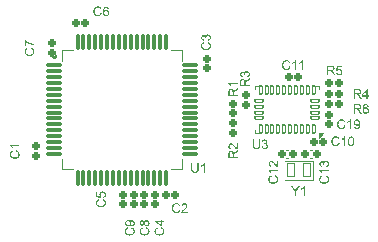
<source format=gbr>
%TF.GenerationSoftware,KiCad,Pcbnew,8.0.8+1*%
%TF.CreationDate,Date%
%TF.ProjectId,KiBot_Project_Test,4b69426f-745f-4507-926f-6a6563745f54,1.0.1*%
%TF.SameCoordinates,Original*%
%TF.FileFunction,Legend,Top*%
%TF.FilePolarity,Positive*%
%FSLAX46Y46*%
G04 Gerber Fmt 4.6, Leading zero omitted, Abs format (unit mm)*
G04 Created by KiCad*
%MOMM*%
%LPD*%
G01*
G04 APERTURE LIST*
G04 Aperture macros list*
%AMRoundRect*
0 Rectangle with rounded corners*
0 $1 Rounding radius*
0 $2 $3 $4 $5 $6 $7 $8 $9 X,Y pos of 4 corners*
0 Add a 4 corners polygon primitive as box body*
4,1,4,$2,$3,$4,$5,$6,$7,$8,$9,$2,$3,0*
0 Add four circle primitives for the rounded corners*
1,1,$1+$1,$2,$3*
1,1,$1+$1,$4,$5*
1,1,$1+$1,$6,$7*
1,1,$1+$1,$8,$9*
0 Add four rect primitives between the rounded corners*
20,1,$1+$1,$2,$3,$4,$5,0*
20,1,$1+$1,$4,$5,$6,$7,0*
20,1,$1+$1,$6,$7,$8,$9,0*
20,1,$1+$1,$8,$9,$2,$3,0*%
G04 Aperture macros list end*
%ADD10C,0.120000*%
%ADD11C,0.100000*%
%ADD12C,0.250000*%
%ADD13RoundRect,0.162500X-0.162500X-0.162500X0.162500X-0.162500X0.162500X0.162500X-0.162500X0.162500X0*%
%ADD14RoundRect,0.165000X0.165000X0.195000X-0.165000X0.195000X-0.165000X-0.195000X0.165000X-0.195000X0*%
%ADD15RoundRect,0.050000X0.127000X0.337500X-0.127000X0.337500X-0.127000X-0.337500X0.127000X-0.337500X0*%
%ADD16RoundRect,0.050000X-0.337500X0.127000X-0.337500X-0.127000X0.337500X-0.127000X0.337500X0.127000X0*%
%ADD17RoundRect,0.155000X-0.155000X0.155000X-0.155000X-0.155000X0.155000X-0.155000X0.155000X0.155000X0*%
%ADD18RoundRect,0.165000X-0.165000X-0.195000X0.165000X-0.195000X0.165000X0.195000X-0.165000X0.195000X0*%
%ADD19RoundRect,0.162500X0.162500X-0.162500X0.162500X0.162500X-0.162500X0.162500X-0.162500X-0.162500X0*%
%ADD20RoundRect,0.155000X0.155000X-0.155000X0.155000X0.155000X-0.155000X0.155000X-0.155000X-0.155000X0*%
%ADD21C,2.000000*%
%ADD22RoundRect,0.095000X-0.555000X-0.095000X0.555000X-0.095000X0.555000X0.095000X-0.555000X0.095000X0*%
%ADD23RoundRect,0.095000X-0.095000X-0.555000X0.095000X-0.555000X0.095000X0.555000X-0.095000X0.555000X0*%
%ADD24RoundRect,0.155000X0.155000X0.155000X-0.155000X0.155000X-0.155000X-0.155000X0.155000X-0.155000X0*%
%ADD25C,0.499800*%
%ADD26RoundRect,0.162500X-0.162500X0.162500X-0.162500X-0.162500X0.162500X-0.162500X0.162500X0.162500X0*%
%ADD27RoundRect,0.050000X0.300000X0.550000X-0.300000X0.550000X-0.300000X-0.550000X0.300000X-0.550000X0*%
%ADD28C,6.500000*%
%ADD29RoundRect,0.155000X-0.155000X-0.155000X0.155000X-0.155000X0.155000X0.155000X-0.155000X0.155000X0*%
%ADD30RoundRect,0.162500X0.162500X0.162500X-0.162500X0.162500X-0.162500X-0.162500X0.162500X-0.162500X0*%
G04 APERTURE END LIST*
D10*
G36*
X161274795Y-85520197D02*
G01*
X161314492Y-85523311D01*
X161353815Y-85529411D01*
X161393901Y-85540848D01*
X161429777Y-85559573D01*
X161460296Y-85586194D01*
X161483392Y-85617247D01*
X161501115Y-85652567D01*
X161512274Y-85690138D01*
X161516868Y-85729961D01*
X161517000Y-85738196D01*
X161513531Y-85779302D01*
X161503127Y-85817038D01*
X161483130Y-85855461D01*
X161461508Y-85882397D01*
X161429988Y-85909032D01*
X161390921Y-85930318D01*
X161350547Y-85944555D01*
X161311342Y-85953499D01*
X161290147Y-85956842D01*
X161325389Y-85976497D01*
X161354432Y-85998461D01*
X161383142Y-86028251D01*
X161408165Y-86058391D01*
X161432415Y-86091683D01*
X161442945Y-86107491D01*
X161583043Y-86332000D01*
X161448807Y-86332000D01*
X161342317Y-86160443D01*
X161319993Y-86125504D01*
X161297331Y-86091424D01*
X161273160Y-86057284D01*
X161265332Y-86046919D01*
X161238312Y-86015412D01*
X161211012Y-85992990D01*
X161174815Y-85976248D01*
X161162554Y-85972865D01*
X161122328Y-85969568D01*
X161103155Y-85969348D01*
X160979470Y-85969348D01*
X160979470Y-86332000D01*
X160872980Y-86332000D01*
X160872980Y-85869306D01*
X160979470Y-85869306D01*
X161208667Y-85869306D01*
X161251231Y-85867932D01*
X161290865Y-85863247D01*
X161322973Y-85855237D01*
X161359268Y-85836773D01*
X161385695Y-85809906D01*
X161403074Y-85773004D01*
X161407188Y-85741909D01*
X161400319Y-85701537D01*
X161379713Y-85667422D01*
X161365569Y-85653786D01*
X161331387Y-85634096D01*
X161290416Y-85623288D01*
X161250851Y-85619505D01*
X161234460Y-85619201D01*
X160979470Y-85619201D01*
X160979470Y-85869306D01*
X160872980Y-85869306D01*
X160872980Y-85519159D01*
X161230161Y-85519159D01*
X161274795Y-85520197D01*
G37*
G36*
X161639316Y-86119411D02*
G01*
X161743266Y-86106905D01*
X161753448Y-86146450D01*
X161771524Y-86182279D01*
X161796804Y-86210073D01*
X161830757Y-86231030D01*
X161869601Y-86242314D01*
X161898214Y-86244463D01*
X161940754Y-86239616D01*
X161978982Y-86225076D01*
X162012897Y-86200843D01*
X162019163Y-86194833D01*
X162045232Y-86160524D01*
X162060439Y-86124230D01*
X162067825Y-86082805D01*
X162068598Y-86062746D01*
X162064826Y-86021395D01*
X162051790Y-85981575D01*
X162029442Y-85948206D01*
X162020921Y-85939452D01*
X161988365Y-85915650D01*
X161950045Y-85900664D01*
X161910631Y-85894713D01*
X161896455Y-85894316D01*
X161856363Y-85897645D01*
X161817391Y-85908599D01*
X161810091Y-85911706D01*
X161775848Y-85931685D01*
X161749714Y-85956842D01*
X161656902Y-85944337D01*
X161734864Y-85531665D01*
X162135618Y-85531665D01*
X162135618Y-85631706D01*
X161813999Y-85631706D01*
X161770621Y-85852111D01*
X161802682Y-85829575D01*
X161840171Y-85810598D01*
X161878562Y-85798849D01*
X161917858Y-85794331D01*
X161922834Y-85794274D01*
X161967415Y-85797790D01*
X162008837Y-85808337D01*
X162047098Y-85825915D01*
X162082199Y-85850524D01*
X162100838Y-85867743D01*
X162129160Y-85901819D01*
X162150526Y-85939935D01*
X162164935Y-85982090D01*
X162171750Y-86021437D01*
X162173524Y-86056494D01*
X162171285Y-86096622D01*
X162163012Y-86140782D01*
X162148642Y-86182080D01*
X162128177Y-86220518D01*
X162109826Y-86246221D01*
X162078751Y-86279622D01*
X162043706Y-86306113D01*
X162004691Y-86325693D01*
X161961705Y-86338362D01*
X161922850Y-86343641D01*
X161898214Y-86344505D01*
X161858383Y-86342341D01*
X161815508Y-86334347D01*
X161776505Y-86320462D01*
X161741372Y-86300687D01*
X161718647Y-86282956D01*
X161691142Y-86254026D01*
X161669322Y-86221262D01*
X161653186Y-86184665D01*
X161642736Y-86144235D01*
X161639316Y-86119411D01*
G37*
G36*
X156443598Y-94915386D02*
G01*
X156469976Y-94808701D01*
X156510252Y-94820511D01*
X156547427Y-94834934D01*
X156587945Y-94855694D01*
X156623998Y-94880217D01*
X156655585Y-94908505D01*
X156674163Y-94929455D01*
X156698068Y-94963428D01*
X156717027Y-95000136D01*
X156731041Y-95039577D01*
X156740108Y-95081752D01*
X156744230Y-95126662D01*
X156744505Y-95142239D01*
X156743202Y-95181779D01*
X156738202Y-95226091D01*
X156729450Y-95266981D01*
X156716948Y-95304451D01*
X156697622Y-95343843D01*
X156691162Y-95354242D01*
X156665543Y-95388029D01*
X156635362Y-95418094D01*
X156600617Y-95444438D01*
X156561310Y-95467061D01*
X156536801Y-95478317D01*
X156498323Y-95492793D01*
X156458802Y-95504274D01*
X156418236Y-95512760D01*
X156376626Y-95518251D01*
X156333972Y-95520747D01*
X156319522Y-95520913D01*
X156273182Y-95519223D01*
X156229122Y-95514154D01*
X156187343Y-95505705D01*
X156147844Y-95493876D01*
X156110626Y-95478667D01*
X156098727Y-95472846D01*
X156059692Y-95449872D01*
X156024996Y-95423009D01*
X155994638Y-95392255D01*
X155968618Y-95357613D01*
X155955698Y-95336070D01*
X155936588Y-95296333D01*
X155922172Y-95254913D01*
X155912449Y-95211810D01*
X155907420Y-95167024D01*
X155906654Y-95140676D01*
X155908873Y-95096673D01*
X155915529Y-95055377D01*
X155926623Y-95016788D01*
X155942155Y-94980905D01*
X155965884Y-94942462D01*
X155969766Y-94937271D01*
X155999837Y-94903590D01*
X156034826Y-94874696D01*
X156068731Y-94853740D01*
X156106249Y-94836301D01*
X156147380Y-94822379D01*
X156171609Y-94927501D01*
X156131455Y-94943059D01*
X156093289Y-94964358D01*
X156062542Y-94989674D01*
X156046166Y-95008785D01*
X156025352Y-95044795D01*
X156012246Y-95086149D01*
X156007043Y-95127935D01*
X156006696Y-95142825D01*
X156008790Y-95182048D01*
X156016313Y-95223280D01*
X156029307Y-95260676D01*
X156050464Y-95298164D01*
X156077339Y-95330304D01*
X156108943Y-95356601D01*
X156145276Y-95377056D01*
X156167505Y-95385896D01*
X156209202Y-95398080D01*
X156251641Y-95406277D01*
X156294822Y-95410486D01*
X156319131Y-95411102D01*
X156361941Y-95409671D01*
X156402319Y-95405380D01*
X156445489Y-95396972D01*
X156485484Y-95384827D01*
X156494986Y-95381206D01*
X156530218Y-95364097D01*
X156564161Y-95339915D01*
X156592077Y-95310510D01*
X156607338Y-95288003D01*
X156625284Y-95251668D01*
X156637357Y-95213663D01*
X156643556Y-95173990D01*
X156644463Y-95151227D01*
X156641300Y-95108119D01*
X156631811Y-95068478D01*
X156615996Y-95032306D01*
X156593856Y-94999601D01*
X156565487Y-94971037D01*
X156530988Y-94947480D01*
X156490358Y-94928930D01*
X156449778Y-94916806D01*
X156443598Y-94915386D01*
G37*
G36*
X156732000Y-94349525D02*
G01*
X156732000Y-94448394D01*
X156098531Y-94448394D01*
X156124204Y-94478344D01*
X156147786Y-94511302D01*
X156167115Y-94542183D01*
X156186826Y-94577289D01*
X156204673Y-94613217D01*
X156218503Y-94646329D01*
X156122369Y-94646329D01*
X156104401Y-94610998D01*
X156081943Y-94573070D01*
X156057434Y-94537756D01*
X156030872Y-94505054D01*
X156027408Y-94501151D01*
X155999686Y-94472354D01*
X155969025Y-94445389D01*
X155935609Y-94422170D01*
X155919159Y-94413223D01*
X155919159Y-94349525D01*
X156732000Y-94349525D01*
G37*
G36*
X156631958Y-93579280D02*
G01*
X156732000Y-93579280D01*
X156732000Y-94111925D01*
X156691979Y-94108758D01*
X156662048Y-94100397D01*
X156624217Y-94083540D01*
X156590145Y-94063207D01*
X156556378Y-94038103D01*
X156553018Y-94035331D01*
X156521680Y-94006914D01*
X156491956Y-93976387D01*
X156464505Y-93945608D01*
X156435707Y-93911033D01*
X156431483Y-93905784D01*
X156405816Y-93874289D01*
X156375733Y-93838664D01*
X156347873Y-93807199D01*
X156317376Y-93774931D01*
X156285841Y-93744856D01*
X156265984Y-93728366D01*
X156232673Y-93705981D01*
X156196930Y-93689700D01*
X156155801Y-93682103D01*
X156152460Y-93682058D01*
X156112874Y-93687965D01*
X156075571Y-93707699D01*
X156057889Y-93724068D01*
X156034314Y-93759202D01*
X156022261Y-93797781D01*
X156019201Y-93833879D01*
X156022769Y-93875687D01*
X156034937Y-93915284D01*
X156055740Y-93948185D01*
X156087073Y-93974343D01*
X156126265Y-93988631D01*
X156156759Y-93991562D01*
X156144254Y-94093167D01*
X156104908Y-94087251D01*
X156063642Y-94075208D01*
X156027368Y-94057630D01*
X155992026Y-94030763D01*
X155976801Y-94014619D01*
X155954341Y-93982550D01*
X155937397Y-93946012D01*
X155925970Y-93905004D01*
X155920567Y-93866298D01*
X155919159Y-93831534D01*
X155921454Y-93789780D01*
X155929930Y-93745356D01*
X155944652Y-93705551D01*
X155965620Y-93670364D01*
X155984421Y-93648059D01*
X156014383Y-93621716D01*
X156052290Y-93599533D01*
X156094104Y-93585801D01*
X156133898Y-93580717D01*
X156145817Y-93580453D01*
X156185407Y-93583710D01*
X156224481Y-93593481D01*
X156242341Y-93600188D01*
X156278520Y-93618671D01*
X156312939Y-93642082D01*
X156341993Y-93665840D01*
X156374215Y-93696460D01*
X156403102Y-93726901D01*
X156430527Y-93757607D01*
X156460411Y-93792572D01*
X156481699Y-93818248D01*
X156507242Y-93849421D01*
X156532891Y-93880128D01*
X156559302Y-93910652D01*
X156579983Y-93932749D01*
X156610749Y-93959581D01*
X156631958Y-93974368D01*
X156631958Y-93579280D01*
G37*
G36*
X155099958Y-91769159D02*
G01*
X155206644Y-91769159D01*
X155206644Y-92238106D01*
X155205675Y-92282202D01*
X155202769Y-92322754D01*
X155196931Y-92365585D01*
X155187030Y-92408626D01*
X155179093Y-92432327D01*
X155160197Y-92470657D01*
X155134285Y-92504751D01*
X155105360Y-92531502D01*
X155080028Y-92549369D01*
X155041365Y-92569116D01*
X155002926Y-92581766D01*
X154960186Y-92590097D01*
X154920129Y-92593799D01*
X154891668Y-92594505D01*
X154850686Y-92593124D01*
X154806519Y-92588023D01*
X154766280Y-92579163D01*
X154725101Y-92564435D01*
X154706434Y-92555230D01*
X154673046Y-92533395D01*
X154641616Y-92503575D01*
X154616677Y-92468191D01*
X154603657Y-92441511D01*
X154590236Y-92400881D01*
X154581638Y-92359740D01*
X154576605Y-92320324D01*
X154573729Y-92277075D01*
X154572980Y-92238106D01*
X154572980Y-91769159D01*
X154679470Y-91769159D01*
X154679470Y-92235370D01*
X154680405Y-92278800D01*
X154683763Y-92321955D01*
X154690461Y-92362242D01*
X154699009Y-92390709D01*
X154719497Y-92427419D01*
X154749207Y-92456583D01*
X154766030Y-92467498D01*
X154804635Y-92483930D01*
X154845286Y-92492330D01*
X154882289Y-92494463D01*
X154924023Y-92492588D01*
X154966704Y-92485659D01*
X155007559Y-92471490D01*
X155043421Y-92447580D01*
X155049938Y-92441120D01*
X155071822Y-92408184D01*
X155085841Y-92369247D01*
X155094048Y-92328356D01*
X155098200Y-92288981D01*
X155099910Y-92244787D01*
X155099958Y-92235370D01*
X155099958Y-91769159D01*
G37*
G36*
X155339903Y-92369411D02*
G01*
X155438772Y-92356905D01*
X155450220Y-92394781D01*
X155469333Y-92432300D01*
X155496609Y-92462223D01*
X155532883Y-92483097D01*
X155571575Y-92492920D01*
X155596455Y-92494463D01*
X155638038Y-92489960D01*
X155675346Y-92476450D01*
X155708380Y-92453934D01*
X155714473Y-92448350D01*
X155739821Y-92417251D01*
X155756861Y-92378061D01*
X155762494Y-92337906D01*
X155762540Y-92333653D01*
X155757276Y-92291487D01*
X155741484Y-92254724D01*
X155717991Y-92225991D01*
X155684500Y-92201740D01*
X155645283Y-92187555D01*
X155604662Y-92183395D01*
X155564316Y-92187669D01*
X155534906Y-92194337D01*
X155546044Y-92094295D01*
X155561871Y-92095272D01*
X155603783Y-92091901D01*
X155642739Y-92081789D01*
X155675590Y-92066745D01*
X155706429Y-92040861D01*
X155723776Y-92003022D01*
X155726197Y-91978427D01*
X155718083Y-91937703D01*
X155693740Y-91904192D01*
X155689268Y-91900269D01*
X155653011Y-91879031D01*
X155611977Y-91869960D01*
X155594306Y-91869201D01*
X155553768Y-91873598D01*
X155515929Y-91888283D01*
X155498172Y-91900464D01*
X155471444Y-91931025D01*
X155454843Y-91968394D01*
X155448737Y-91994254D01*
X155349868Y-91981748D01*
X155360024Y-91939646D01*
X155374594Y-91901900D01*
X155396649Y-91864097D01*
X155424469Y-91831985D01*
X155432324Y-91824847D01*
X155466420Y-91800483D01*
X155504425Y-91783081D01*
X155546337Y-91772640D01*
X155586215Y-91769214D01*
X155592157Y-91769159D01*
X155632300Y-91771850D01*
X155674122Y-91781024D01*
X155713497Y-91796710D01*
X155748553Y-91817918D01*
X155779740Y-91846531D01*
X155798298Y-91871741D01*
X155816277Y-91908176D01*
X155825958Y-91946260D01*
X155827802Y-91972565D01*
X155823191Y-92012200D01*
X155809356Y-92048868D01*
X155799861Y-92064791D01*
X155772676Y-92095801D01*
X155739625Y-92119445D01*
X155716818Y-92131030D01*
X155754510Y-92143466D01*
X155790444Y-92164029D01*
X155820120Y-92191689D01*
X155827802Y-92201371D01*
X155848719Y-92237344D01*
X155861889Y-92278583D01*
X155867119Y-92320201D01*
X155867467Y-92335021D01*
X155864761Y-92374593D01*
X155854762Y-92417808D01*
X155837395Y-92457845D01*
X155812660Y-92494702D01*
X155790482Y-92519083D01*
X155760250Y-92544714D01*
X155721350Y-92567915D01*
X155684897Y-92582057D01*
X155645572Y-92590896D01*
X155603376Y-92594431D01*
X155596065Y-92594505D01*
X155551367Y-92591503D01*
X155510109Y-92582499D01*
X155472293Y-92567493D01*
X155437917Y-92546484D01*
X155419819Y-92531783D01*
X155392086Y-92502575D01*
X155370093Y-92469833D01*
X155353842Y-92433557D01*
X155343331Y-92393746D01*
X155339903Y-92369411D01*
G37*
G36*
X146793598Y-99303927D02*
G01*
X146819976Y-99197242D01*
X146860252Y-99209052D01*
X146897427Y-99223475D01*
X146937945Y-99244235D01*
X146973998Y-99268758D01*
X147005585Y-99297046D01*
X147024163Y-99317996D01*
X147048068Y-99351969D01*
X147067027Y-99388677D01*
X147081041Y-99428118D01*
X147090108Y-99470293D01*
X147094230Y-99515203D01*
X147094505Y-99530780D01*
X147093202Y-99570320D01*
X147088202Y-99614632D01*
X147079450Y-99655522D01*
X147066948Y-99692992D01*
X147047622Y-99732384D01*
X147041162Y-99742783D01*
X147015543Y-99776570D01*
X146985362Y-99806635D01*
X146950617Y-99832979D01*
X146911310Y-99855602D01*
X146886801Y-99866858D01*
X146848323Y-99881334D01*
X146808802Y-99892815D01*
X146768236Y-99901301D01*
X146726626Y-99906792D01*
X146683972Y-99909288D01*
X146669522Y-99909454D01*
X146623182Y-99907764D01*
X146579122Y-99902695D01*
X146537343Y-99894246D01*
X146497844Y-99882417D01*
X146460626Y-99867208D01*
X146448727Y-99861387D01*
X146409692Y-99838413D01*
X146374996Y-99811550D01*
X146344638Y-99780796D01*
X146318618Y-99746154D01*
X146305698Y-99724611D01*
X146286588Y-99684874D01*
X146272172Y-99643454D01*
X146262449Y-99600351D01*
X146257420Y-99555565D01*
X146256654Y-99529217D01*
X146258873Y-99485214D01*
X146265529Y-99443918D01*
X146276623Y-99405329D01*
X146292155Y-99369446D01*
X146315884Y-99331003D01*
X146319766Y-99325812D01*
X146349837Y-99292131D01*
X146384826Y-99263237D01*
X146418731Y-99242281D01*
X146456249Y-99224842D01*
X146497380Y-99210920D01*
X146521609Y-99316042D01*
X146481455Y-99331600D01*
X146443289Y-99352899D01*
X146412542Y-99378215D01*
X146396166Y-99397326D01*
X146375352Y-99433336D01*
X146362246Y-99474690D01*
X146357043Y-99516476D01*
X146356696Y-99531366D01*
X146358790Y-99570589D01*
X146366313Y-99611821D01*
X146379307Y-99649217D01*
X146400464Y-99686705D01*
X146427339Y-99718845D01*
X146458943Y-99745142D01*
X146495276Y-99765597D01*
X146517505Y-99774437D01*
X146559202Y-99786621D01*
X146601641Y-99794818D01*
X146644822Y-99799027D01*
X146669131Y-99799643D01*
X146711941Y-99798212D01*
X146752319Y-99793921D01*
X146795489Y-99785513D01*
X146835484Y-99773368D01*
X146844986Y-99769747D01*
X146880218Y-99752638D01*
X146914161Y-99728456D01*
X146942077Y-99699051D01*
X146957338Y-99676544D01*
X146975284Y-99640209D01*
X146987357Y-99602204D01*
X146993556Y-99562531D01*
X146994463Y-99539768D01*
X146991300Y-99496660D01*
X146981811Y-99457019D01*
X146965996Y-99420847D01*
X146943856Y-99388142D01*
X146915487Y-99359578D01*
X146880988Y-99336021D01*
X146840358Y-99317471D01*
X146799778Y-99305347D01*
X146793598Y-99303927D01*
G37*
G36*
X146894421Y-98694688D02*
G01*
X147082000Y-98694688D01*
X147082000Y-98793558D01*
X146894421Y-98793558D01*
X146894421Y-99143118D01*
X146794379Y-99143118D01*
X146307001Y-98793558D01*
X146442669Y-98793558D01*
X146794379Y-99045812D01*
X146794379Y-98793558D01*
X146442669Y-98793558D01*
X146307001Y-98793558D01*
X146281665Y-98775386D01*
X146281665Y-98694688D01*
X146794379Y-98694688D01*
X146794379Y-98585854D01*
X146894421Y-98585854D01*
X146894421Y-98694688D01*
G37*
G36*
X160743598Y-94915386D02*
G01*
X160769976Y-94808701D01*
X160810252Y-94820511D01*
X160847427Y-94834934D01*
X160887945Y-94855694D01*
X160923998Y-94880217D01*
X160955585Y-94908505D01*
X160974163Y-94929455D01*
X160998068Y-94963428D01*
X161017027Y-95000136D01*
X161031041Y-95039577D01*
X161040108Y-95081752D01*
X161044230Y-95126662D01*
X161044505Y-95142239D01*
X161043202Y-95181779D01*
X161038202Y-95226091D01*
X161029450Y-95266981D01*
X161016948Y-95304451D01*
X160997622Y-95343843D01*
X160991162Y-95354242D01*
X160965543Y-95388029D01*
X160935362Y-95418094D01*
X160900617Y-95444438D01*
X160861310Y-95467061D01*
X160836801Y-95478317D01*
X160798323Y-95492793D01*
X160758802Y-95504274D01*
X160718236Y-95512760D01*
X160676626Y-95518251D01*
X160633972Y-95520747D01*
X160619522Y-95520913D01*
X160573182Y-95519223D01*
X160529122Y-95514154D01*
X160487343Y-95505705D01*
X160447844Y-95493876D01*
X160410626Y-95478667D01*
X160398727Y-95472846D01*
X160359692Y-95449872D01*
X160324996Y-95423009D01*
X160294638Y-95392255D01*
X160268618Y-95357613D01*
X160255698Y-95336070D01*
X160236588Y-95296333D01*
X160222172Y-95254913D01*
X160212449Y-95211810D01*
X160207420Y-95167024D01*
X160206654Y-95140676D01*
X160208873Y-95096673D01*
X160215529Y-95055377D01*
X160226623Y-95016788D01*
X160242155Y-94980905D01*
X160265884Y-94942462D01*
X160269766Y-94937271D01*
X160299837Y-94903590D01*
X160334826Y-94874696D01*
X160368731Y-94853740D01*
X160406249Y-94836301D01*
X160447380Y-94822379D01*
X160471609Y-94927501D01*
X160431455Y-94943059D01*
X160393289Y-94964358D01*
X160362542Y-94989674D01*
X160346166Y-95008785D01*
X160325352Y-95044795D01*
X160312246Y-95086149D01*
X160307043Y-95127935D01*
X160306696Y-95142825D01*
X160308790Y-95182048D01*
X160316313Y-95223280D01*
X160329307Y-95260676D01*
X160350464Y-95298164D01*
X160377339Y-95330304D01*
X160408943Y-95356601D01*
X160445276Y-95377056D01*
X160467505Y-95385896D01*
X160509202Y-95398080D01*
X160551641Y-95406277D01*
X160594822Y-95410486D01*
X160619131Y-95411102D01*
X160661941Y-95409671D01*
X160702319Y-95405380D01*
X160745489Y-95396972D01*
X160785484Y-95384827D01*
X160794986Y-95381206D01*
X160830218Y-95364097D01*
X160864161Y-95339915D01*
X160892077Y-95310510D01*
X160907338Y-95288003D01*
X160925284Y-95251668D01*
X160937357Y-95213663D01*
X160943556Y-95173990D01*
X160944463Y-95151227D01*
X160941300Y-95108119D01*
X160931811Y-95068478D01*
X160915996Y-95032306D01*
X160893856Y-94999601D01*
X160865487Y-94971037D01*
X160830988Y-94947480D01*
X160790358Y-94928930D01*
X160749778Y-94916806D01*
X160743598Y-94915386D01*
G37*
G36*
X161032000Y-94349525D02*
G01*
X161032000Y-94448394D01*
X160398531Y-94448394D01*
X160424204Y-94478344D01*
X160447786Y-94511302D01*
X160467115Y-94542183D01*
X160486826Y-94577289D01*
X160504673Y-94613217D01*
X160518503Y-94646329D01*
X160422369Y-94646329D01*
X160404401Y-94610998D01*
X160381943Y-94573070D01*
X160357434Y-94537756D01*
X160330872Y-94505054D01*
X160327408Y-94501151D01*
X160299686Y-94472354D01*
X160269025Y-94445389D01*
X160235609Y-94422170D01*
X160219159Y-94413223D01*
X160219159Y-94349525D01*
X161032000Y-94349525D01*
G37*
G36*
X160819411Y-94098638D02*
G01*
X160806905Y-93999769D01*
X160844781Y-93988321D01*
X160882300Y-93969208D01*
X160912223Y-93941932D01*
X160933097Y-93905658D01*
X160942920Y-93866966D01*
X160944463Y-93842086D01*
X160939960Y-93800503D01*
X160926450Y-93763195D01*
X160903934Y-93730161D01*
X160898350Y-93724068D01*
X160867251Y-93698720D01*
X160828061Y-93681680D01*
X160787906Y-93676048D01*
X160783653Y-93676001D01*
X160741487Y-93681265D01*
X160704724Y-93697057D01*
X160675991Y-93720550D01*
X160651740Y-93754042D01*
X160637555Y-93793259D01*
X160633395Y-93833879D01*
X160637669Y-93874225D01*
X160644337Y-93903635D01*
X160544295Y-93892497D01*
X160545272Y-93876670D01*
X160541901Y-93834758D01*
X160531789Y-93795802D01*
X160516745Y-93762951D01*
X160490861Y-93732112D01*
X160453022Y-93714766D01*
X160428427Y-93712344D01*
X160387703Y-93720458D01*
X160354192Y-93744801D01*
X160350269Y-93749273D01*
X160329031Y-93785530D01*
X160319960Y-93826564D01*
X160319201Y-93844235D01*
X160323598Y-93884773D01*
X160338283Y-93922612D01*
X160350464Y-93940369D01*
X160381025Y-93967097D01*
X160418394Y-93983698D01*
X160444254Y-93989804D01*
X160431748Y-94088673D01*
X160389646Y-94078517D01*
X160351900Y-94063947D01*
X160314097Y-94041892D01*
X160281985Y-94014072D01*
X160274847Y-94006217D01*
X160250483Y-93972121D01*
X160233081Y-93934116D01*
X160222640Y-93892204D01*
X160219214Y-93852326D01*
X160219159Y-93846384D01*
X160221850Y-93806241D01*
X160231024Y-93764419D01*
X160246710Y-93725045D01*
X160267918Y-93689988D01*
X160296531Y-93658801D01*
X160321741Y-93640243D01*
X160358176Y-93622264D01*
X160396260Y-93612583D01*
X160422565Y-93610739D01*
X160462200Y-93615350D01*
X160498868Y-93629185D01*
X160514791Y-93638680D01*
X160545801Y-93665865D01*
X160569445Y-93698916D01*
X160581030Y-93721723D01*
X160593466Y-93684031D01*
X160614029Y-93648097D01*
X160641689Y-93618421D01*
X160651371Y-93610739D01*
X160687344Y-93589822D01*
X160728583Y-93576652D01*
X160770201Y-93571422D01*
X160785021Y-93571074D01*
X160824593Y-93573780D01*
X160867808Y-93583779D01*
X160907845Y-93601146D01*
X160944702Y-93625881D01*
X160969083Y-93648059D01*
X160994714Y-93678291D01*
X161017915Y-93717191D01*
X161032057Y-93753644D01*
X161040896Y-93792969D01*
X161044431Y-93835165D01*
X161044505Y-93842476D01*
X161041503Y-93887174D01*
X161032499Y-93928432D01*
X161017493Y-93966248D01*
X160996484Y-94000624D01*
X160981783Y-94018722D01*
X160952575Y-94046455D01*
X160919833Y-94068448D01*
X160883557Y-94084699D01*
X160843746Y-94095210D01*
X160819411Y-94098638D01*
G37*
G36*
X163524795Y-87520197D02*
G01*
X163564492Y-87523311D01*
X163603815Y-87529411D01*
X163643901Y-87540848D01*
X163679777Y-87559573D01*
X163710296Y-87586194D01*
X163733392Y-87617247D01*
X163751115Y-87652567D01*
X163762274Y-87690138D01*
X163766868Y-87729961D01*
X163767000Y-87738196D01*
X163763531Y-87779302D01*
X163753127Y-87817038D01*
X163733130Y-87855461D01*
X163711508Y-87882397D01*
X163679988Y-87909032D01*
X163640921Y-87930318D01*
X163600547Y-87944555D01*
X163561342Y-87953499D01*
X163540147Y-87956842D01*
X163575389Y-87976497D01*
X163604432Y-87998461D01*
X163633142Y-88028251D01*
X163658165Y-88058391D01*
X163682415Y-88091683D01*
X163692945Y-88107491D01*
X163833043Y-88332000D01*
X163698807Y-88332000D01*
X163592317Y-88160443D01*
X163569993Y-88125504D01*
X163547331Y-88091424D01*
X163523160Y-88057284D01*
X163515332Y-88046919D01*
X163488312Y-88015412D01*
X163461012Y-87992990D01*
X163424815Y-87976248D01*
X163412554Y-87972865D01*
X163372328Y-87969568D01*
X163353155Y-87969348D01*
X163229470Y-87969348D01*
X163229470Y-88332000D01*
X163122980Y-88332000D01*
X163122980Y-87869306D01*
X163229470Y-87869306D01*
X163458667Y-87869306D01*
X163501231Y-87867932D01*
X163540865Y-87863247D01*
X163572973Y-87855237D01*
X163609268Y-87836773D01*
X163635695Y-87809906D01*
X163653074Y-87773004D01*
X163657188Y-87741909D01*
X163650319Y-87701537D01*
X163629713Y-87667422D01*
X163615569Y-87653786D01*
X163581387Y-87634096D01*
X163540416Y-87623288D01*
X163500851Y-87619505D01*
X163484460Y-87619201D01*
X163229470Y-87619201D01*
X163229470Y-87869306D01*
X163122980Y-87869306D01*
X163122980Y-87519159D01*
X163480161Y-87519159D01*
X163524795Y-87520197D01*
G37*
G36*
X164305311Y-88044379D02*
G01*
X164414145Y-88044379D01*
X164414145Y-88144421D01*
X164305311Y-88144421D01*
X164305311Y-88332000D01*
X164206441Y-88332000D01*
X164206441Y-88144421D01*
X163856881Y-88144421D01*
X163856881Y-88044379D01*
X163954187Y-88044379D01*
X164206441Y-88044379D01*
X164206441Y-87692669D01*
X163954187Y-88044379D01*
X163856881Y-88044379D01*
X164224613Y-87531665D01*
X164305311Y-87531665D01*
X164305311Y-88044379D01*
G37*
G36*
X150743598Y-83603927D02*
G01*
X150769976Y-83497242D01*
X150810252Y-83509052D01*
X150847427Y-83523475D01*
X150887945Y-83544235D01*
X150923998Y-83568758D01*
X150955585Y-83597046D01*
X150974163Y-83617996D01*
X150998068Y-83651969D01*
X151017027Y-83688677D01*
X151031041Y-83728118D01*
X151040108Y-83770293D01*
X151044230Y-83815203D01*
X151044505Y-83830780D01*
X151043202Y-83870320D01*
X151038202Y-83914632D01*
X151029450Y-83955522D01*
X151016948Y-83992992D01*
X150997622Y-84032384D01*
X150991162Y-84042783D01*
X150965543Y-84076570D01*
X150935362Y-84106635D01*
X150900617Y-84132979D01*
X150861310Y-84155602D01*
X150836801Y-84166858D01*
X150798323Y-84181334D01*
X150758802Y-84192815D01*
X150718236Y-84201301D01*
X150676626Y-84206792D01*
X150633972Y-84209288D01*
X150619522Y-84209454D01*
X150573182Y-84207764D01*
X150529122Y-84202695D01*
X150487343Y-84194246D01*
X150447844Y-84182417D01*
X150410626Y-84167208D01*
X150398727Y-84161387D01*
X150359692Y-84138413D01*
X150324996Y-84111550D01*
X150294638Y-84080796D01*
X150268618Y-84046154D01*
X150255698Y-84024611D01*
X150236588Y-83984874D01*
X150222172Y-83943454D01*
X150212449Y-83900351D01*
X150207420Y-83855565D01*
X150206654Y-83829217D01*
X150208873Y-83785214D01*
X150215529Y-83743918D01*
X150226623Y-83705329D01*
X150242155Y-83669446D01*
X150265884Y-83631003D01*
X150269766Y-83625812D01*
X150299837Y-83592131D01*
X150334826Y-83563237D01*
X150368731Y-83542281D01*
X150406249Y-83524842D01*
X150447380Y-83510920D01*
X150471609Y-83616042D01*
X150431455Y-83631600D01*
X150393289Y-83652899D01*
X150362542Y-83678215D01*
X150346166Y-83697326D01*
X150325352Y-83733336D01*
X150312246Y-83774690D01*
X150307043Y-83816476D01*
X150306696Y-83831366D01*
X150308790Y-83870589D01*
X150316313Y-83911821D01*
X150329307Y-83949217D01*
X150350464Y-83986705D01*
X150377339Y-84018845D01*
X150408943Y-84045142D01*
X150445276Y-84065597D01*
X150467505Y-84074437D01*
X150509202Y-84086621D01*
X150551641Y-84094818D01*
X150594822Y-84099027D01*
X150619131Y-84099643D01*
X150661941Y-84098212D01*
X150702319Y-84093921D01*
X150745489Y-84085513D01*
X150785484Y-84073368D01*
X150794986Y-84069747D01*
X150830218Y-84052638D01*
X150864161Y-84028456D01*
X150892077Y-83999051D01*
X150907338Y-83976544D01*
X150925284Y-83940209D01*
X150937357Y-83902204D01*
X150943556Y-83862531D01*
X150944463Y-83839768D01*
X150941300Y-83796660D01*
X150931811Y-83757019D01*
X150915996Y-83720847D01*
X150893856Y-83688142D01*
X150865487Y-83659578D01*
X150830988Y-83636021D01*
X150790358Y-83617471D01*
X150749778Y-83605347D01*
X150743598Y-83603927D01*
G37*
G36*
X150819411Y-83410096D02*
G01*
X150806905Y-83311227D01*
X150844781Y-83299779D01*
X150882300Y-83280666D01*
X150912223Y-83253390D01*
X150933097Y-83217116D01*
X150942920Y-83178424D01*
X150944463Y-83153544D01*
X150939960Y-83111961D01*
X150926450Y-83074653D01*
X150903934Y-83041619D01*
X150898350Y-83035526D01*
X150867251Y-83010178D01*
X150828061Y-82993138D01*
X150787906Y-82987505D01*
X150783653Y-82987459D01*
X150741487Y-82992723D01*
X150704724Y-83008515D01*
X150675991Y-83032008D01*
X150651740Y-83065499D01*
X150637555Y-83104716D01*
X150633395Y-83145337D01*
X150637669Y-83185683D01*
X150644337Y-83215093D01*
X150544295Y-83203955D01*
X150545272Y-83188128D01*
X150541901Y-83146216D01*
X150531789Y-83107260D01*
X150516745Y-83074409D01*
X150490861Y-83043570D01*
X150453022Y-83026223D01*
X150428427Y-83023802D01*
X150387703Y-83031916D01*
X150354192Y-83056259D01*
X150350269Y-83060731D01*
X150329031Y-83096988D01*
X150319960Y-83138022D01*
X150319201Y-83155693D01*
X150323598Y-83196231D01*
X150338283Y-83234070D01*
X150350464Y-83251827D01*
X150381025Y-83278555D01*
X150418394Y-83295156D01*
X150444254Y-83301262D01*
X150431748Y-83400131D01*
X150389646Y-83389975D01*
X150351900Y-83375405D01*
X150314097Y-83353350D01*
X150281985Y-83325530D01*
X150274847Y-83317675D01*
X150250483Y-83283579D01*
X150233081Y-83245574D01*
X150222640Y-83203662D01*
X150219214Y-83163784D01*
X150219159Y-83157842D01*
X150221850Y-83117699D01*
X150231024Y-83075877D01*
X150246710Y-83036502D01*
X150267918Y-83001446D01*
X150296531Y-82970259D01*
X150321741Y-82951701D01*
X150358176Y-82933722D01*
X150396260Y-82924041D01*
X150422565Y-82922197D01*
X150462200Y-82926808D01*
X150498868Y-82940643D01*
X150514791Y-82950138D01*
X150545801Y-82977323D01*
X150569445Y-83010374D01*
X150581030Y-83033181D01*
X150593466Y-82995489D01*
X150614029Y-82959555D01*
X150641689Y-82929879D01*
X150651371Y-82922197D01*
X150687344Y-82901280D01*
X150728583Y-82888110D01*
X150770201Y-82882880D01*
X150785021Y-82882532D01*
X150824593Y-82885238D01*
X150867808Y-82895237D01*
X150907845Y-82912604D01*
X150944702Y-82937339D01*
X150969083Y-82959517D01*
X150994714Y-82989749D01*
X151017915Y-83028649D01*
X151032057Y-83065102D01*
X151040896Y-83104427D01*
X151044431Y-83146623D01*
X151044505Y-83153934D01*
X151041503Y-83198632D01*
X151032499Y-83239890D01*
X151017493Y-83277706D01*
X150996484Y-83312082D01*
X150981783Y-83330180D01*
X150952575Y-83357913D01*
X150919833Y-83379906D01*
X150883557Y-83396157D01*
X150843746Y-83406668D01*
X150819411Y-83410096D01*
G37*
G36*
X141843598Y-96903927D02*
G01*
X141869976Y-96797242D01*
X141910252Y-96809052D01*
X141947427Y-96823475D01*
X141987945Y-96844235D01*
X142023998Y-96868758D01*
X142055585Y-96897046D01*
X142074163Y-96917996D01*
X142098068Y-96951969D01*
X142117027Y-96988677D01*
X142131041Y-97028118D01*
X142140108Y-97070293D01*
X142144230Y-97115203D01*
X142144505Y-97130780D01*
X142143202Y-97170320D01*
X142138202Y-97214632D01*
X142129450Y-97255522D01*
X142116948Y-97292992D01*
X142097622Y-97332384D01*
X142091162Y-97342783D01*
X142065543Y-97376570D01*
X142035362Y-97406635D01*
X142000617Y-97432979D01*
X141961310Y-97455602D01*
X141936801Y-97466858D01*
X141898323Y-97481334D01*
X141858802Y-97492815D01*
X141818236Y-97501301D01*
X141776626Y-97506792D01*
X141733972Y-97509288D01*
X141719522Y-97509454D01*
X141673182Y-97507764D01*
X141629122Y-97502695D01*
X141587343Y-97494246D01*
X141547844Y-97482417D01*
X141510626Y-97467208D01*
X141498727Y-97461387D01*
X141459692Y-97438413D01*
X141424996Y-97411550D01*
X141394638Y-97380796D01*
X141368618Y-97346154D01*
X141355698Y-97324611D01*
X141336588Y-97284874D01*
X141322172Y-97243454D01*
X141312449Y-97200351D01*
X141307420Y-97155565D01*
X141306654Y-97129217D01*
X141308873Y-97085214D01*
X141315529Y-97043918D01*
X141326623Y-97005329D01*
X141342155Y-96969446D01*
X141365884Y-96931003D01*
X141369766Y-96925812D01*
X141399837Y-96892131D01*
X141434826Y-96863237D01*
X141468731Y-96842281D01*
X141506249Y-96824842D01*
X141547380Y-96810920D01*
X141571609Y-96916042D01*
X141531455Y-96931600D01*
X141493289Y-96952899D01*
X141462542Y-96978215D01*
X141446166Y-96997326D01*
X141425352Y-97033336D01*
X141412246Y-97074690D01*
X141407043Y-97116476D01*
X141406696Y-97131366D01*
X141408790Y-97170589D01*
X141416313Y-97211821D01*
X141429307Y-97249217D01*
X141450464Y-97286705D01*
X141477339Y-97318845D01*
X141508943Y-97345142D01*
X141545276Y-97365597D01*
X141567505Y-97374437D01*
X141609202Y-97386621D01*
X141651641Y-97394818D01*
X141694822Y-97399027D01*
X141719131Y-97399643D01*
X141761941Y-97398212D01*
X141802319Y-97393921D01*
X141845489Y-97385513D01*
X141885484Y-97373368D01*
X141894986Y-97369747D01*
X141930218Y-97352638D01*
X141964161Y-97328456D01*
X141992077Y-97299051D01*
X142007338Y-97276544D01*
X142025284Y-97240209D01*
X142037357Y-97202204D01*
X142043556Y-97162531D01*
X142044463Y-97139768D01*
X142041300Y-97096660D01*
X142031811Y-97057019D01*
X142015996Y-97020847D01*
X141993856Y-96988142D01*
X141965487Y-96959578D01*
X141930988Y-96936021D01*
X141890358Y-96917471D01*
X141849778Y-96905347D01*
X141843598Y-96903927D01*
G37*
G36*
X141919411Y-96710683D02*
G01*
X141906905Y-96606733D01*
X141946450Y-96596551D01*
X141982279Y-96578475D01*
X142010073Y-96553195D01*
X142031030Y-96519242D01*
X142042314Y-96480398D01*
X142044463Y-96451785D01*
X142039616Y-96409245D01*
X142025076Y-96371017D01*
X142000843Y-96337102D01*
X141994833Y-96330836D01*
X141960524Y-96304767D01*
X141924230Y-96289560D01*
X141882805Y-96282174D01*
X141862746Y-96281401D01*
X141821395Y-96285173D01*
X141781575Y-96298209D01*
X141748206Y-96320557D01*
X141739452Y-96329078D01*
X141715650Y-96361634D01*
X141700664Y-96399954D01*
X141694713Y-96439368D01*
X141694316Y-96453544D01*
X141697645Y-96493636D01*
X141708599Y-96532608D01*
X141711706Y-96539908D01*
X141731685Y-96574151D01*
X141756842Y-96600285D01*
X141744337Y-96693097D01*
X141331665Y-96615135D01*
X141331665Y-96214381D01*
X141431706Y-96214381D01*
X141431706Y-96536000D01*
X141652111Y-96579378D01*
X141629575Y-96547317D01*
X141610598Y-96509828D01*
X141598849Y-96471437D01*
X141594331Y-96432141D01*
X141594274Y-96427165D01*
X141597790Y-96382584D01*
X141608337Y-96341162D01*
X141625915Y-96302901D01*
X141650524Y-96267800D01*
X141667743Y-96249161D01*
X141701819Y-96220839D01*
X141739935Y-96199473D01*
X141782090Y-96185064D01*
X141821437Y-96178249D01*
X141856494Y-96176475D01*
X141896622Y-96178714D01*
X141940782Y-96186987D01*
X141982080Y-96201357D01*
X142020518Y-96221822D01*
X142046221Y-96240173D01*
X142079622Y-96271248D01*
X142106113Y-96306293D01*
X142125693Y-96345308D01*
X142138362Y-96388294D01*
X142143641Y-96427149D01*
X142144505Y-96451785D01*
X142142341Y-96491616D01*
X142134347Y-96534491D01*
X142120462Y-96573494D01*
X142100687Y-96608627D01*
X142082956Y-96631352D01*
X142054026Y-96658857D01*
X142021262Y-96680677D01*
X141984665Y-96696813D01*
X141944235Y-96707263D01*
X141919411Y-96710683D01*
G37*
G36*
X154332000Y-86701192D02*
G01*
X154160443Y-86807682D01*
X154125504Y-86830006D01*
X154091424Y-86852668D01*
X154057284Y-86876839D01*
X154046919Y-86884667D01*
X154015412Y-86911687D01*
X153992990Y-86938987D01*
X153976248Y-86975184D01*
X153972865Y-86987445D01*
X153969568Y-87027671D01*
X153969348Y-87046844D01*
X153969348Y-87170529D01*
X154332000Y-87170529D01*
X154332000Y-87277019D01*
X153519159Y-87277019D01*
X153519159Y-86919838D01*
X153519259Y-86915539D01*
X153619201Y-86915539D01*
X153619201Y-87170529D01*
X153869306Y-87170529D01*
X153869306Y-86941332D01*
X153867932Y-86898768D01*
X153863247Y-86859134D01*
X153855237Y-86827026D01*
X153836773Y-86790731D01*
X153809906Y-86764304D01*
X153773004Y-86746925D01*
X153741909Y-86742811D01*
X153701537Y-86749680D01*
X153667422Y-86770286D01*
X153653786Y-86784430D01*
X153634096Y-86818612D01*
X153623288Y-86859583D01*
X153619505Y-86899148D01*
X153619201Y-86915539D01*
X153519259Y-86915539D01*
X153520197Y-86875204D01*
X153523311Y-86835507D01*
X153529411Y-86796184D01*
X153540848Y-86756098D01*
X153559573Y-86720222D01*
X153586194Y-86689703D01*
X153617247Y-86666607D01*
X153652567Y-86648884D01*
X153690138Y-86637725D01*
X153729961Y-86633131D01*
X153738196Y-86632999D01*
X153779302Y-86636468D01*
X153817038Y-86646872D01*
X153855461Y-86666869D01*
X153882397Y-86688491D01*
X153909032Y-86720011D01*
X153930318Y-86759078D01*
X153944555Y-86799452D01*
X153953499Y-86838657D01*
X153956842Y-86859852D01*
X153976497Y-86824610D01*
X153998461Y-86795567D01*
X154028251Y-86766857D01*
X154058391Y-86741834D01*
X154091683Y-86717584D01*
X154107491Y-86707054D01*
X154332000Y-86566956D01*
X154332000Y-86701192D01*
G37*
G36*
X154119411Y-86510096D02*
G01*
X154106905Y-86411227D01*
X154144781Y-86399779D01*
X154182300Y-86380666D01*
X154212223Y-86353390D01*
X154233097Y-86317116D01*
X154242920Y-86278424D01*
X154244463Y-86253544D01*
X154239960Y-86211961D01*
X154226450Y-86174653D01*
X154203934Y-86141619D01*
X154198350Y-86135526D01*
X154167251Y-86110178D01*
X154128061Y-86093138D01*
X154087906Y-86087505D01*
X154083653Y-86087459D01*
X154041487Y-86092723D01*
X154004724Y-86108515D01*
X153975991Y-86132008D01*
X153951740Y-86165499D01*
X153937555Y-86204716D01*
X153933395Y-86245337D01*
X153937669Y-86285683D01*
X153944337Y-86315093D01*
X153844295Y-86303955D01*
X153845272Y-86288128D01*
X153841901Y-86246216D01*
X153831789Y-86207260D01*
X153816745Y-86174409D01*
X153790861Y-86143570D01*
X153753022Y-86126223D01*
X153728427Y-86123802D01*
X153687703Y-86131916D01*
X153654192Y-86156259D01*
X153650269Y-86160731D01*
X153629031Y-86196988D01*
X153619960Y-86238022D01*
X153619201Y-86255693D01*
X153623598Y-86296231D01*
X153638283Y-86334070D01*
X153650464Y-86351827D01*
X153681025Y-86378555D01*
X153718394Y-86395156D01*
X153744254Y-86401262D01*
X153731748Y-86500131D01*
X153689646Y-86489975D01*
X153651900Y-86475405D01*
X153614097Y-86453350D01*
X153581985Y-86425530D01*
X153574847Y-86417675D01*
X153550483Y-86383579D01*
X153533081Y-86345574D01*
X153522640Y-86303662D01*
X153519214Y-86263784D01*
X153519159Y-86257842D01*
X153521850Y-86217699D01*
X153531024Y-86175877D01*
X153546710Y-86136502D01*
X153567918Y-86101446D01*
X153596531Y-86070259D01*
X153621741Y-86051701D01*
X153658176Y-86033722D01*
X153696260Y-86024041D01*
X153722565Y-86022197D01*
X153762200Y-86026808D01*
X153798868Y-86040643D01*
X153814791Y-86050138D01*
X153845801Y-86077323D01*
X153869445Y-86110374D01*
X153881030Y-86133181D01*
X153893466Y-86095489D01*
X153914029Y-86059555D01*
X153941689Y-86029879D01*
X153951371Y-86022197D01*
X153987344Y-86001280D01*
X154028583Y-85988110D01*
X154070201Y-85982880D01*
X154085021Y-85982532D01*
X154124593Y-85985238D01*
X154167808Y-85995237D01*
X154207845Y-86012604D01*
X154244702Y-86037339D01*
X154269083Y-86059517D01*
X154294714Y-86089749D01*
X154317915Y-86128649D01*
X154332057Y-86165102D01*
X154340896Y-86204427D01*
X154344431Y-86246623D01*
X154344505Y-86253934D01*
X154341503Y-86298632D01*
X154332499Y-86339890D01*
X154317493Y-86377706D01*
X154296484Y-86412082D01*
X154281783Y-86430180D01*
X154252575Y-86457913D01*
X154219833Y-86479906D01*
X154183557Y-86496157D01*
X154143746Y-86506668D01*
X154119411Y-86510096D01*
G37*
G36*
X135793598Y-84103927D02*
G01*
X135819976Y-83997242D01*
X135860252Y-84009052D01*
X135897427Y-84023475D01*
X135937945Y-84044235D01*
X135973998Y-84068758D01*
X136005585Y-84097046D01*
X136024163Y-84117996D01*
X136048068Y-84151969D01*
X136067027Y-84188677D01*
X136081041Y-84228118D01*
X136090108Y-84270293D01*
X136094230Y-84315203D01*
X136094505Y-84330780D01*
X136093202Y-84370320D01*
X136088202Y-84414632D01*
X136079450Y-84455522D01*
X136066948Y-84492992D01*
X136047622Y-84532384D01*
X136041162Y-84542783D01*
X136015543Y-84576570D01*
X135985362Y-84606635D01*
X135950617Y-84632979D01*
X135911310Y-84655602D01*
X135886801Y-84666858D01*
X135848323Y-84681334D01*
X135808802Y-84692815D01*
X135768236Y-84701301D01*
X135726626Y-84706792D01*
X135683972Y-84709288D01*
X135669522Y-84709454D01*
X135623182Y-84707764D01*
X135579122Y-84702695D01*
X135537343Y-84694246D01*
X135497844Y-84682417D01*
X135460626Y-84667208D01*
X135448727Y-84661387D01*
X135409692Y-84638413D01*
X135374996Y-84611550D01*
X135344638Y-84580796D01*
X135318618Y-84546154D01*
X135305698Y-84524611D01*
X135286588Y-84484874D01*
X135272172Y-84443454D01*
X135262449Y-84400351D01*
X135257420Y-84355565D01*
X135256654Y-84329217D01*
X135258873Y-84285214D01*
X135265529Y-84243918D01*
X135276623Y-84205329D01*
X135292155Y-84169446D01*
X135315884Y-84131003D01*
X135319766Y-84125812D01*
X135349837Y-84092131D01*
X135384826Y-84063237D01*
X135418731Y-84042281D01*
X135456249Y-84024842D01*
X135497380Y-84010920D01*
X135521609Y-84116042D01*
X135481455Y-84131600D01*
X135443289Y-84152899D01*
X135412542Y-84178215D01*
X135396166Y-84197326D01*
X135375352Y-84233336D01*
X135362246Y-84274690D01*
X135357043Y-84316476D01*
X135356696Y-84331366D01*
X135358790Y-84370589D01*
X135366313Y-84411821D01*
X135379307Y-84449217D01*
X135400464Y-84486705D01*
X135427339Y-84518845D01*
X135458943Y-84545142D01*
X135495276Y-84565597D01*
X135517505Y-84574437D01*
X135559202Y-84586621D01*
X135601641Y-84594818D01*
X135644822Y-84599027D01*
X135669131Y-84599643D01*
X135711941Y-84598212D01*
X135752319Y-84593921D01*
X135795489Y-84585513D01*
X135835484Y-84573368D01*
X135844986Y-84569747D01*
X135880218Y-84552638D01*
X135914161Y-84528456D01*
X135942077Y-84499051D01*
X135957338Y-84476544D01*
X135975284Y-84440209D01*
X135987357Y-84402204D01*
X135993556Y-84362531D01*
X135994463Y-84339768D01*
X135991300Y-84296660D01*
X135981811Y-84257019D01*
X135965996Y-84220847D01*
X135943856Y-84188142D01*
X135915487Y-84159578D01*
X135880988Y-84136021D01*
X135840358Y-84117471D01*
X135799778Y-84105347D01*
X135793598Y-84103927D01*
G37*
G36*
X135381706Y-83904039D02*
G01*
X135281665Y-83904039D01*
X135281665Y-83382532D01*
X135362558Y-83382532D01*
X135395487Y-83411353D01*
X135432140Y-83440078D01*
X135465527Y-83463943D01*
X135501501Y-83487740D01*
X135540060Y-83511471D01*
X135581204Y-83535135D01*
X135623827Y-83557869D01*
X135666823Y-83578934D01*
X135710190Y-83598330D01*
X135753929Y-83616055D01*
X135798041Y-83632112D01*
X135842525Y-83646498D01*
X135860422Y-83651785D01*
X135899051Y-83662167D01*
X135939026Y-83671038D01*
X135980347Y-83678397D01*
X136023015Y-83684245D01*
X136067029Y-83688582D01*
X136082000Y-83689692D01*
X136082000Y-83791492D01*
X136038480Y-83789172D01*
X135998170Y-83784579D01*
X135955086Y-83777581D01*
X135909226Y-83768179D01*
X135868890Y-83758508D01*
X135852216Y-83754172D01*
X135810379Y-83742239D01*
X135769009Y-83728790D01*
X135728107Y-83713823D01*
X135687672Y-83697339D01*
X135647705Y-83679339D01*
X135608206Y-83659821D01*
X135592537Y-83651590D01*
X135554417Y-83630502D01*
X135518214Y-83609004D01*
X135483930Y-83587095D01*
X135451563Y-83564777D01*
X135415254Y-83537453D01*
X135381706Y-83509538D01*
X135381706Y-83904039D01*
G37*
G36*
X134543598Y-92803927D02*
G01*
X134569976Y-92697242D01*
X134610252Y-92709052D01*
X134647427Y-92723475D01*
X134687945Y-92744235D01*
X134723998Y-92768758D01*
X134755585Y-92797046D01*
X134774163Y-92817996D01*
X134798068Y-92851969D01*
X134817027Y-92888677D01*
X134831041Y-92928118D01*
X134840108Y-92970293D01*
X134844230Y-93015203D01*
X134844505Y-93030780D01*
X134843202Y-93070320D01*
X134838202Y-93114632D01*
X134829450Y-93155522D01*
X134816948Y-93192992D01*
X134797622Y-93232384D01*
X134791162Y-93242783D01*
X134765543Y-93276570D01*
X134735362Y-93306635D01*
X134700617Y-93332979D01*
X134661310Y-93355602D01*
X134636801Y-93366858D01*
X134598323Y-93381334D01*
X134558802Y-93392815D01*
X134518236Y-93401301D01*
X134476626Y-93406792D01*
X134433972Y-93409288D01*
X134419522Y-93409454D01*
X134373182Y-93407764D01*
X134329122Y-93402695D01*
X134287343Y-93394246D01*
X134247844Y-93382417D01*
X134210626Y-93367208D01*
X134198727Y-93361387D01*
X134159692Y-93338413D01*
X134124996Y-93311550D01*
X134094638Y-93280796D01*
X134068618Y-93246154D01*
X134055698Y-93224611D01*
X134036588Y-93184874D01*
X134022172Y-93143454D01*
X134012449Y-93100351D01*
X134007420Y-93055565D01*
X134006654Y-93029217D01*
X134008873Y-92985214D01*
X134015529Y-92943918D01*
X134026623Y-92905329D01*
X134042155Y-92869446D01*
X134065884Y-92831003D01*
X134069766Y-92825812D01*
X134099837Y-92792131D01*
X134134826Y-92763237D01*
X134168731Y-92742281D01*
X134206249Y-92724842D01*
X134247380Y-92710920D01*
X134271609Y-92816042D01*
X134231455Y-92831600D01*
X134193289Y-92852899D01*
X134162542Y-92878215D01*
X134146166Y-92897326D01*
X134125352Y-92933336D01*
X134112246Y-92974690D01*
X134107043Y-93016476D01*
X134106696Y-93031366D01*
X134108790Y-93070589D01*
X134116313Y-93111821D01*
X134129307Y-93149217D01*
X134150464Y-93186705D01*
X134177339Y-93218845D01*
X134208943Y-93245142D01*
X134245276Y-93265597D01*
X134267505Y-93274437D01*
X134309202Y-93286621D01*
X134351641Y-93294818D01*
X134394822Y-93299027D01*
X134419131Y-93299643D01*
X134461941Y-93298212D01*
X134502319Y-93293921D01*
X134545489Y-93285513D01*
X134585484Y-93273368D01*
X134594986Y-93269747D01*
X134630218Y-93252638D01*
X134664161Y-93228456D01*
X134692077Y-93199051D01*
X134707338Y-93176544D01*
X134725284Y-93140209D01*
X134737357Y-93102204D01*
X134743556Y-93062531D01*
X134744463Y-93039768D01*
X134741300Y-92996660D01*
X134731811Y-92957019D01*
X134715996Y-92920847D01*
X134693856Y-92888142D01*
X134665487Y-92859578D01*
X134630988Y-92836021D01*
X134590358Y-92817471D01*
X134549778Y-92805347D01*
X134543598Y-92803927D01*
G37*
G36*
X134832000Y-92238066D02*
G01*
X134832000Y-92336935D01*
X134198531Y-92336935D01*
X134224204Y-92366885D01*
X134247786Y-92399843D01*
X134267115Y-92430724D01*
X134286826Y-92465830D01*
X134304673Y-92501758D01*
X134318503Y-92534870D01*
X134222369Y-92534870D01*
X134204401Y-92499539D01*
X134181943Y-92461611D01*
X134157434Y-92426297D01*
X134130872Y-92393595D01*
X134127408Y-92389692D01*
X134099686Y-92360895D01*
X134069025Y-92333930D01*
X134035609Y-92310711D01*
X134019159Y-92301764D01*
X134019159Y-92238066D01*
X134832000Y-92238066D01*
G37*
G36*
X162334613Y-90593598D02*
G01*
X162441298Y-90619976D01*
X162429488Y-90660252D01*
X162415065Y-90697427D01*
X162394305Y-90737945D01*
X162369782Y-90773998D01*
X162341494Y-90805585D01*
X162320544Y-90824163D01*
X162286571Y-90848068D01*
X162249863Y-90867027D01*
X162210422Y-90881041D01*
X162168247Y-90890108D01*
X162123337Y-90894230D01*
X162107760Y-90894505D01*
X162068220Y-90893202D01*
X162023908Y-90888202D01*
X161983018Y-90879450D01*
X161945548Y-90866948D01*
X161906156Y-90847622D01*
X161895757Y-90841162D01*
X161861970Y-90815543D01*
X161831905Y-90785362D01*
X161805561Y-90750617D01*
X161782938Y-90711310D01*
X161771682Y-90686801D01*
X161757206Y-90648323D01*
X161745725Y-90608802D01*
X161737239Y-90568236D01*
X161731748Y-90526626D01*
X161729252Y-90483972D01*
X161729086Y-90469522D01*
X161730776Y-90423182D01*
X161735845Y-90379122D01*
X161744294Y-90337343D01*
X161756123Y-90297844D01*
X161771332Y-90260626D01*
X161777153Y-90248727D01*
X161800127Y-90209692D01*
X161826990Y-90174996D01*
X161857744Y-90144638D01*
X161892386Y-90118618D01*
X161913929Y-90105698D01*
X161953666Y-90086588D01*
X161995086Y-90072172D01*
X162038189Y-90062449D01*
X162082975Y-90057420D01*
X162109323Y-90056654D01*
X162153326Y-90058873D01*
X162194622Y-90065529D01*
X162233211Y-90076623D01*
X162269094Y-90092155D01*
X162307537Y-90115884D01*
X162312728Y-90119766D01*
X162346409Y-90149837D01*
X162375303Y-90184826D01*
X162396259Y-90218731D01*
X162413698Y-90256249D01*
X162427620Y-90297380D01*
X162322498Y-90321609D01*
X162306940Y-90281455D01*
X162285641Y-90243289D01*
X162260325Y-90212542D01*
X162241214Y-90196166D01*
X162205204Y-90175352D01*
X162163850Y-90162246D01*
X162122064Y-90157043D01*
X162107174Y-90156696D01*
X162067951Y-90158790D01*
X162026719Y-90166313D01*
X161989323Y-90179307D01*
X161951835Y-90200464D01*
X161919695Y-90227339D01*
X161893398Y-90258943D01*
X161872943Y-90295276D01*
X161864103Y-90317505D01*
X161851919Y-90359202D01*
X161843722Y-90401641D01*
X161839513Y-90444822D01*
X161838897Y-90469131D01*
X161840328Y-90511941D01*
X161844619Y-90552319D01*
X161853027Y-90595489D01*
X161865172Y-90635484D01*
X161868793Y-90644986D01*
X161885902Y-90680218D01*
X161910084Y-90714161D01*
X161939489Y-90742077D01*
X161961996Y-90757338D01*
X161998331Y-90775284D01*
X162036336Y-90787357D01*
X162076009Y-90793556D01*
X162098772Y-90794463D01*
X162141880Y-90791300D01*
X162181521Y-90781811D01*
X162217693Y-90765996D01*
X162250398Y-90743856D01*
X162278962Y-90715487D01*
X162302519Y-90680988D01*
X162321069Y-90640358D01*
X162333193Y-90599778D01*
X162334613Y-90593598D01*
G37*
G36*
X162900474Y-90882000D02*
G01*
X162801605Y-90882000D01*
X162801605Y-90248531D01*
X162771655Y-90274204D01*
X162738697Y-90297786D01*
X162707816Y-90317115D01*
X162672710Y-90336826D01*
X162636782Y-90354673D01*
X162603670Y-90368503D01*
X162603670Y-90272369D01*
X162639001Y-90254401D01*
X162676929Y-90231943D01*
X162712243Y-90207434D01*
X162744945Y-90180872D01*
X162748848Y-90177408D01*
X162777645Y-90149686D01*
X162804610Y-90119025D01*
X162827829Y-90085609D01*
X162836776Y-90069159D01*
X162900474Y-90069159D01*
X162900474Y-90882000D01*
G37*
G36*
X163447217Y-90072529D02*
G01*
X163488265Y-90082637D01*
X163527148Y-90099484D01*
X163547816Y-90111755D01*
X163581942Y-90138465D01*
X163611123Y-90170893D01*
X163632910Y-90204519D01*
X163646685Y-90232704D01*
X163659856Y-90270435D01*
X163669793Y-90314898D01*
X163675735Y-90358367D01*
X163678871Y-90398370D01*
X163680356Y-90441807D01*
X163680488Y-90460143D01*
X163679668Y-90506967D01*
X163677206Y-90550719D01*
X163673104Y-90591399D01*
X163666015Y-90636160D01*
X163656562Y-90676496D01*
X163646880Y-90706731D01*
X163630692Y-90744814D01*
X163608344Y-90783209D01*
X163581892Y-90816133D01*
X163551337Y-90843586D01*
X163547229Y-90846633D01*
X163512693Y-90867577D01*
X163475324Y-90882537D01*
X163435122Y-90891513D01*
X163392086Y-90894505D01*
X163352367Y-90891840D01*
X163311025Y-90882269D01*
X163274007Y-90865737D01*
X163241312Y-90842243D01*
X163237529Y-90838817D01*
X163210614Y-90808055D01*
X163189658Y-90771651D01*
X163174661Y-90729604D01*
X163166428Y-90688185D01*
X163165624Y-90681916D01*
X163260781Y-90669411D01*
X163271696Y-90710410D01*
X163289501Y-90745393D01*
X163306894Y-90764958D01*
X163340442Y-90785127D01*
X163381245Y-90794002D01*
X163394236Y-90794463D01*
X163434567Y-90790298D01*
X163472004Y-90776676D01*
X163474152Y-90775510D01*
X163507161Y-90751580D01*
X163530426Y-90724512D01*
X163549537Y-90689544D01*
X163563530Y-90650973D01*
X163567355Y-90637561D01*
X163575810Y-90598806D01*
X163580755Y-90558573D01*
X163582205Y-90520715D01*
X163581619Y-90500785D01*
X163556294Y-90533749D01*
X163524869Y-90561712D01*
X163500530Y-90577575D01*
X163464208Y-90594262D01*
X163425899Y-90604022D01*
X163389351Y-90606884D01*
X163347050Y-90603406D01*
X163307686Y-90592972D01*
X163271257Y-90575581D01*
X163237765Y-90551234D01*
X163219944Y-90534198D01*
X163192992Y-90500096D01*
X163172660Y-90461562D01*
X163158948Y-90418597D01*
X163152463Y-90378242D01*
X163151021Y-90347401D01*
X163252379Y-90347401D01*
X163256902Y-90389136D01*
X163272323Y-90429050D01*
X163298688Y-90462683D01*
X163333222Y-90487825D01*
X163372882Y-90502530D01*
X163413384Y-90506842D01*
X163453967Y-90502530D01*
X163493054Y-90487825D01*
X163526322Y-90462683D01*
X163551575Y-90428149D01*
X163565436Y-90389742D01*
X163570503Y-90349465D01*
X163570677Y-90339780D01*
X163567091Y-90298257D01*
X163554696Y-90258102D01*
X163533446Y-90224244D01*
X163525345Y-90215314D01*
X163491986Y-90189060D01*
X163454241Y-90173704D01*
X163416120Y-90169201D01*
X163376606Y-90174048D01*
X163336931Y-90190575D01*
X163304310Y-90215778D01*
X163301228Y-90218831D01*
X163275468Y-90252712D01*
X163259249Y-90292318D01*
X163252809Y-90332857D01*
X163252379Y-90347401D01*
X163151021Y-90347401D01*
X163150774Y-90342125D01*
X163153316Y-90297719D01*
X163160941Y-90256680D01*
X163173649Y-90219006D01*
X163194900Y-90179308D01*
X163223070Y-90144191D01*
X163256439Y-90114955D01*
X163293286Y-90092900D01*
X163333610Y-90078025D01*
X163377413Y-90070332D01*
X163404005Y-90069159D01*
X163447217Y-90072529D01*
G37*
G36*
X153332000Y-87551192D02*
G01*
X153160443Y-87657682D01*
X153125504Y-87680006D01*
X153091424Y-87702668D01*
X153057284Y-87726839D01*
X153046919Y-87734667D01*
X153015412Y-87761687D01*
X152992990Y-87788987D01*
X152976248Y-87825184D01*
X152972865Y-87837445D01*
X152969568Y-87877671D01*
X152969348Y-87896844D01*
X152969348Y-88020529D01*
X153332000Y-88020529D01*
X153332000Y-88127019D01*
X152519159Y-88127019D01*
X152519159Y-87769838D01*
X152519259Y-87765539D01*
X152619201Y-87765539D01*
X152619201Y-88020529D01*
X152869306Y-88020529D01*
X152869306Y-87791332D01*
X152867932Y-87748768D01*
X152863247Y-87709134D01*
X152855237Y-87677026D01*
X152836773Y-87640731D01*
X152809906Y-87614304D01*
X152773004Y-87596925D01*
X152741909Y-87592811D01*
X152701537Y-87599680D01*
X152667422Y-87620286D01*
X152653786Y-87634430D01*
X152634096Y-87668612D01*
X152623288Y-87709583D01*
X152619505Y-87749148D01*
X152619201Y-87765539D01*
X152519259Y-87765539D01*
X152520197Y-87725204D01*
X152523311Y-87685507D01*
X152529411Y-87646184D01*
X152540848Y-87606098D01*
X152559573Y-87570222D01*
X152586194Y-87539703D01*
X152617247Y-87516607D01*
X152652567Y-87498884D01*
X152690138Y-87487725D01*
X152729961Y-87483131D01*
X152738196Y-87482999D01*
X152779302Y-87486468D01*
X152817038Y-87496872D01*
X152855461Y-87516869D01*
X152882397Y-87538491D01*
X152909032Y-87570011D01*
X152930318Y-87609078D01*
X152944555Y-87649452D01*
X152953499Y-87688657D01*
X152956842Y-87709852D01*
X152976497Y-87674610D01*
X152998461Y-87645567D01*
X153028251Y-87616857D01*
X153058391Y-87591834D01*
X153091683Y-87567584D01*
X153107491Y-87557054D01*
X153332000Y-87416956D01*
X153332000Y-87551192D01*
G37*
G36*
X153332000Y-86988066D02*
G01*
X153332000Y-87086935D01*
X152698531Y-87086935D01*
X152724204Y-87116885D01*
X152747786Y-87149843D01*
X152767115Y-87180724D01*
X152786826Y-87215830D01*
X152804673Y-87251758D01*
X152818503Y-87284870D01*
X152722369Y-87284870D01*
X152704401Y-87249539D01*
X152681943Y-87211611D01*
X152657434Y-87176297D01*
X152630872Y-87143595D01*
X152627408Y-87139692D01*
X152599686Y-87110895D01*
X152569025Y-87083930D01*
X152535609Y-87060711D01*
X152519159Y-87051764D01*
X152519159Y-86988066D01*
X153332000Y-86988066D01*
G37*
G36*
X149899958Y-93769159D02*
G01*
X150006644Y-93769159D01*
X150006644Y-94238106D01*
X150005675Y-94282202D01*
X150002769Y-94322754D01*
X149996931Y-94365585D01*
X149987030Y-94408626D01*
X149979093Y-94432327D01*
X149960197Y-94470657D01*
X149934285Y-94504751D01*
X149905360Y-94531502D01*
X149880028Y-94549369D01*
X149841365Y-94569116D01*
X149802926Y-94581766D01*
X149760186Y-94590097D01*
X149720129Y-94593799D01*
X149691668Y-94594505D01*
X149650686Y-94593124D01*
X149606519Y-94588023D01*
X149566280Y-94579163D01*
X149525101Y-94564435D01*
X149506434Y-94555230D01*
X149473046Y-94533395D01*
X149441616Y-94503575D01*
X149416677Y-94468191D01*
X149403657Y-94441511D01*
X149390236Y-94400881D01*
X149381638Y-94359740D01*
X149376605Y-94320324D01*
X149373729Y-94277075D01*
X149372980Y-94238106D01*
X149372980Y-93769159D01*
X149479470Y-93769159D01*
X149479470Y-94235370D01*
X149480405Y-94278800D01*
X149483763Y-94321955D01*
X149490461Y-94362242D01*
X149499009Y-94390709D01*
X149519497Y-94427419D01*
X149549207Y-94456583D01*
X149566030Y-94467498D01*
X149604635Y-94483930D01*
X149645286Y-94492330D01*
X149682289Y-94494463D01*
X149724023Y-94492588D01*
X149766704Y-94485659D01*
X149807559Y-94471490D01*
X149843421Y-94447580D01*
X149849938Y-94441120D01*
X149871822Y-94408184D01*
X149885841Y-94369247D01*
X149894048Y-94328356D01*
X149898200Y-94288981D01*
X149899910Y-94244787D01*
X149899958Y-94235370D01*
X149899958Y-93769159D01*
G37*
G36*
X150511933Y-94582000D02*
G01*
X150413064Y-94582000D01*
X150413064Y-93948531D01*
X150383114Y-93974204D01*
X150350156Y-93997786D01*
X150319275Y-94017115D01*
X150284169Y-94036826D01*
X150248241Y-94054673D01*
X150215129Y-94068503D01*
X150215129Y-93972369D01*
X150250460Y-93954401D01*
X150288388Y-93931943D01*
X150323702Y-93907434D01*
X150356404Y-93880872D01*
X150360307Y-93877408D01*
X150389104Y-93849686D01*
X150416069Y-93819025D01*
X150439288Y-93785609D01*
X150448235Y-93769159D01*
X150511933Y-93769159D01*
X150511933Y-94582000D01*
G37*
G36*
X148346072Y-97693598D02*
G01*
X148452757Y-97719976D01*
X148440947Y-97760252D01*
X148426524Y-97797427D01*
X148405764Y-97837945D01*
X148381241Y-97873998D01*
X148352953Y-97905585D01*
X148332003Y-97924163D01*
X148298030Y-97948068D01*
X148261322Y-97967027D01*
X148221881Y-97981041D01*
X148179706Y-97990108D01*
X148134796Y-97994230D01*
X148119219Y-97994505D01*
X148079679Y-97993202D01*
X148035367Y-97988202D01*
X147994477Y-97979450D01*
X147957007Y-97966948D01*
X147917615Y-97947622D01*
X147907216Y-97941162D01*
X147873429Y-97915543D01*
X147843364Y-97885362D01*
X147817020Y-97850617D01*
X147794397Y-97811310D01*
X147783141Y-97786801D01*
X147768665Y-97748323D01*
X147757184Y-97708802D01*
X147748698Y-97668236D01*
X147743207Y-97626626D01*
X147740711Y-97583972D01*
X147740545Y-97569522D01*
X147742235Y-97523182D01*
X147747304Y-97479122D01*
X147755753Y-97437343D01*
X147767582Y-97397844D01*
X147782791Y-97360626D01*
X147788612Y-97348727D01*
X147811586Y-97309692D01*
X147838449Y-97274996D01*
X147869203Y-97244638D01*
X147903845Y-97218618D01*
X147925388Y-97205698D01*
X147965125Y-97186588D01*
X148006545Y-97172172D01*
X148049648Y-97162449D01*
X148094434Y-97157420D01*
X148120782Y-97156654D01*
X148164785Y-97158873D01*
X148206081Y-97165529D01*
X148244670Y-97176623D01*
X148280553Y-97192155D01*
X148318996Y-97215884D01*
X148324187Y-97219766D01*
X148357868Y-97249837D01*
X148386762Y-97284826D01*
X148407718Y-97318731D01*
X148425157Y-97356249D01*
X148439079Y-97397380D01*
X148333957Y-97421609D01*
X148318399Y-97381455D01*
X148297100Y-97343289D01*
X148271784Y-97312542D01*
X148252673Y-97296166D01*
X148216663Y-97275352D01*
X148175309Y-97262246D01*
X148133523Y-97257043D01*
X148118633Y-97256696D01*
X148079410Y-97258790D01*
X148038178Y-97266313D01*
X148000782Y-97279307D01*
X147963294Y-97300464D01*
X147931154Y-97327339D01*
X147904857Y-97358943D01*
X147884402Y-97395276D01*
X147875562Y-97417505D01*
X147863378Y-97459202D01*
X147855181Y-97501641D01*
X147850972Y-97544822D01*
X147850356Y-97569131D01*
X147851787Y-97611941D01*
X147856078Y-97652319D01*
X147864486Y-97695489D01*
X147876631Y-97735484D01*
X147880252Y-97744986D01*
X147897361Y-97780218D01*
X147921543Y-97814161D01*
X147950948Y-97842077D01*
X147973455Y-97857338D01*
X148009790Y-97875284D01*
X148047795Y-97887357D01*
X148087468Y-97893556D01*
X148110231Y-97894463D01*
X148153339Y-97891300D01*
X148192980Y-97881811D01*
X148229152Y-97865996D01*
X148261857Y-97843856D01*
X148290421Y-97815487D01*
X148313978Y-97780988D01*
X148332528Y-97740358D01*
X148344652Y-97699778D01*
X148346072Y-97693598D01*
G37*
G36*
X149059261Y-97881958D02*
G01*
X149059261Y-97982000D01*
X148526616Y-97982000D01*
X148529783Y-97941979D01*
X148538144Y-97912048D01*
X148555001Y-97874217D01*
X148575334Y-97840145D01*
X148600438Y-97806378D01*
X148603210Y-97803018D01*
X148631627Y-97771680D01*
X148662154Y-97741956D01*
X148692933Y-97714505D01*
X148727508Y-97685707D01*
X148732757Y-97681483D01*
X148764252Y-97655816D01*
X148799877Y-97625733D01*
X148831342Y-97597873D01*
X148863610Y-97567376D01*
X148893685Y-97535841D01*
X148910175Y-97515984D01*
X148932560Y-97482673D01*
X148948841Y-97446930D01*
X148956438Y-97405801D01*
X148956483Y-97402460D01*
X148950576Y-97362874D01*
X148930843Y-97325571D01*
X148914473Y-97307889D01*
X148879339Y-97284314D01*
X148840760Y-97272261D01*
X148804662Y-97269201D01*
X148762854Y-97272769D01*
X148723257Y-97284937D01*
X148690356Y-97305740D01*
X148664198Y-97337073D01*
X148649910Y-97376265D01*
X148646979Y-97406759D01*
X148545374Y-97394254D01*
X148551290Y-97354908D01*
X148563333Y-97313642D01*
X148580911Y-97277368D01*
X148607778Y-97242026D01*
X148623922Y-97226801D01*
X148655991Y-97204341D01*
X148692529Y-97187397D01*
X148733537Y-97175970D01*
X148772243Y-97170567D01*
X148807007Y-97169159D01*
X148848761Y-97171454D01*
X148893185Y-97179930D01*
X148932990Y-97194652D01*
X148968177Y-97215620D01*
X148990482Y-97234421D01*
X149016825Y-97264383D01*
X149039008Y-97302290D01*
X149052740Y-97344104D01*
X149057824Y-97383898D01*
X149058088Y-97395817D01*
X149054831Y-97435407D01*
X149045060Y-97474481D01*
X149038353Y-97492341D01*
X149019870Y-97528520D01*
X148996459Y-97562939D01*
X148972701Y-97591993D01*
X148942081Y-97624215D01*
X148911640Y-97653102D01*
X148880934Y-97680527D01*
X148845969Y-97710411D01*
X148820293Y-97731699D01*
X148789120Y-97757242D01*
X148758413Y-97782891D01*
X148727889Y-97809302D01*
X148705792Y-97829983D01*
X148678960Y-97860749D01*
X148664173Y-97881958D01*
X149059261Y-97881958D01*
G37*
G36*
X153332000Y-92801192D02*
G01*
X153160443Y-92907682D01*
X153125504Y-92930006D01*
X153091424Y-92952668D01*
X153057284Y-92976839D01*
X153046919Y-92984667D01*
X153015412Y-93011687D01*
X152992990Y-93038987D01*
X152976248Y-93075184D01*
X152972865Y-93087445D01*
X152969568Y-93127671D01*
X152969348Y-93146844D01*
X152969348Y-93270529D01*
X153332000Y-93270529D01*
X153332000Y-93377019D01*
X152519159Y-93377019D01*
X152519159Y-93019838D01*
X152519259Y-93015539D01*
X152619201Y-93015539D01*
X152619201Y-93270529D01*
X152869306Y-93270529D01*
X152869306Y-93041332D01*
X152867932Y-92998768D01*
X152863247Y-92959134D01*
X152855237Y-92927026D01*
X152836773Y-92890731D01*
X152809906Y-92864304D01*
X152773004Y-92846925D01*
X152741909Y-92842811D01*
X152701537Y-92849680D01*
X152667422Y-92870286D01*
X152653786Y-92884430D01*
X152634096Y-92918612D01*
X152623288Y-92959583D01*
X152619505Y-92999148D01*
X152619201Y-93015539D01*
X152519259Y-93015539D01*
X152520197Y-92975204D01*
X152523311Y-92935507D01*
X152529411Y-92896184D01*
X152540848Y-92856098D01*
X152559573Y-92820222D01*
X152586194Y-92789703D01*
X152617247Y-92766607D01*
X152652567Y-92748884D01*
X152690138Y-92737725D01*
X152729961Y-92733131D01*
X152738196Y-92732999D01*
X152779302Y-92736468D01*
X152817038Y-92746872D01*
X152855461Y-92766869D01*
X152882397Y-92788491D01*
X152909032Y-92820011D01*
X152930318Y-92859078D01*
X152944555Y-92899452D01*
X152953499Y-92938657D01*
X152956842Y-92959852D01*
X152976497Y-92924610D01*
X152998461Y-92895567D01*
X153028251Y-92866857D01*
X153058391Y-92841834D01*
X153091683Y-92817584D01*
X153107491Y-92807054D01*
X153332000Y-92666956D01*
X153332000Y-92801192D01*
G37*
G36*
X153231958Y-92090738D02*
G01*
X153332000Y-92090738D01*
X153332000Y-92623383D01*
X153291979Y-92620216D01*
X153262048Y-92611855D01*
X153224217Y-92594998D01*
X153190145Y-92574665D01*
X153156378Y-92549561D01*
X153153018Y-92546789D01*
X153121680Y-92518372D01*
X153091956Y-92487845D01*
X153064505Y-92457066D01*
X153035707Y-92422491D01*
X153031483Y-92417242D01*
X153005816Y-92385747D01*
X152975733Y-92350122D01*
X152947873Y-92318657D01*
X152917376Y-92286389D01*
X152885841Y-92256314D01*
X152865984Y-92239824D01*
X152832673Y-92217439D01*
X152796930Y-92201158D01*
X152755801Y-92193561D01*
X152752460Y-92193516D01*
X152712874Y-92199423D01*
X152675571Y-92219156D01*
X152657889Y-92235526D01*
X152634314Y-92270660D01*
X152622261Y-92309239D01*
X152619201Y-92345337D01*
X152622769Y-92387145D01*
X152634937Y-92426742D01*
X152655740Y-92459643D01*
X152687073Y-92485801D01*
X152726265Y-92500089D01*
X152756759Y-92503020D01*
X152744254Y-92604625D01*
X152704908Y-92598709D01*
X152663642Y-92586666D01*
X152627368Y-92569088D01*
X152592026Y-92542221D01*
X152576801Y-92526077D01*
X152554341Y-92494008D01*
X152537397Y-92457470D01*
X152525970Y-92416462D01*
X152520567Y-92377756D01*
X152519159Y-92342992D01*
X152521454Y-92301238D01*
X152529930Y-92256814D01*
X152544652Y-92217009D01*
X152565620Y-92181822D01*
X152584421Y-92159517D01*
X152614383Y-92133174D01*
X152652290Y-92110991D01*
X152694104Y-92097259D01*
X152733898Y-92092175D01*
X152745817Y-92091911D01*
X152785407Y-92095168D01*
X152824481Y-92104939D01*
X152842341Y-92111646D01*
X152878520Y-92130129D01*
X152912939Y-92153540D01*
X152941993Y-92177298D01*
X152974215Y-92207918D01*
X153003102Y-92238359D01*
X153030527Y-92269065D01*
X153060411Y-92304030D01*
X153081699Y-92329706D01*
X153107242Y-92360879D01*
X153132891Y-92391586D01*
X153159302Y-92422110D01*
X153179983Y-92444207D01*
X153210749Y-92471039D01*
X153231958Y-92485826D01*
X153231958Y-92090738D01*
G37*
G36*
X158129142Y-96532000D02*
G01*
X158129142Y-96187715D01*
X157818660Y-95719159D01*
X157948402Y-95719159D01*
X158107062Y-95968482D01*
X158128678Y-96001919D01*
X158152119Y-96037959D01*
X158174633Y-96072330D01*
X158189128Y-96094316D01*
X158213247Y-96058626D01*
X158237564Y-96022068D01*
X158261256Y-95986042D01*
X158277055Y-95961839D01*
X158432980Y-95719159D01*
X158557251Y-95719159D01*
X158235827Y-96187715D01*
X158235827Y-96532000D01*
X158129142Y-96532000D01*
G37*
G36*
X158981061Y-96532000D02*
G01*
X158882191Y-96532000D01*
X158882191Y-95898531D01*
X158852241Y-95924204D01*
X158819283Y-95947786D01*
X158788402Y-95967115D01*
X158753296Y-95986826D01*
X158717368Y-96004673D01*
X158684257Y-96018503D01*
X158684257Y-95922369D01*
X158719588Y-95904401D01*
X158757515Y-95881943D01*
X158792830Y-95857434D01*
X158825531Y-95830872D01*
X158829435Y-95827408D01*
X158858231Y-95799686D01*
X158885197Y-95769025D01*
X158908415Y-95735609D01*
X158917362Y-95719159D01*
X158981061Y-95719159D01*
X158981061Y-96532000D01*
G37*
G36*
X145543598Y-99303927D02*
G01*
X145569976Y-99197242D01*
X145610252Y-99209052D01*
X145647427Y-99223475D01*
X145687945Y-99244235D01*
X145723998Y-99268758D01*
X145755585Y-99297046D01*
X145774163Y-99317996D01*
X145798068Y-99351969D01*
X145817027Y-99388677D01*
X145831041Y-99428118D01*
X145840108Y-99470293D01*
X145844230Y-99515203D01*
X145844505Y-99530780D01*
X145843202Y-99570320D01*
X145838202Y-99614632D01*
X145829450Y-99655522D01*
X145816948Y-99692992D01*
X145797622Y-99732384D01*
X145791162Y-99742783D01*
X145765543Y-99776570D01*
X145735362Y-99806635D01*
X145700617Y-99832979D01*
X145661310Y-99855602D01*
X145636801Y-99866858D01*
X145598323Y-99881334D01*
X145558802Y-99892815D01*
X145518236Y-99901301D01*
X145476626Y-99906792D01*
X145433972Y-99909288D01*
X145419522Y-99909454D01*
X145373182Y-99907764D01*
X145329122Y-99902695D01*
X145287343Y-99894246D01*
X145247844Y-99882417D01*
X145210626Y-99867208D01*
X145198727Y-99861387D01*
X145159692Y-99838413D01*
X145124996Y-99811550D01*
X145094638Y-99780796D01*
X145068618Y-99746154D01*
X145055698Y-99724611D01*
X145036588Y-99684874D01*
X145022172Y-99643454D01*
X145012449Y-99600351D01*
X145007420Y-99555565D01*
X145006654Y-99529217D01*
X145008873Y-99485214D01*
X145015529Y-99443918D01*
X145026623Y-99405329D01*
X145042155Y-99369446D01*
X145065884Y-99331003D01*
X145069766Y-99325812D01*
X145099837Y-99292131D01*
X145134826Y-99263237D01*
X145168731Y-99242281D01*
X145206249Y-99224842D01*
X145247380Y-99210920D01*
X145271609Y-99316042D01*
X145231455Y-99331600D01*
X145193289Y-99352899D01*
X145162542Y-99378215D01*
X145146166Y-99397326D01*
X145125352Y-99433336D01*
X145112246Y-99474690D01*
X145107043Y-99516476D01*
X145106696Y-99531366D01*
X145108790Y-99570589D01*
X145116313Y-99611821D01*
X145129307Y-99649217D01*
X145150464Y-99686705D01*
X145177339Y-99718845D01*
X145208943Y-99745142D01*
X145245276Y-99765597D01*
X145267505Y-99774437D01*
X145309202Y-99786621D01*
X145351641Y-99794818D01*
X145394822Y-99799027D01*
X145419131Y-99799643D01*
X145461941Y-99798212D01*
X145502319Y-99793921D01*
X145545489Y-99785513D01*
X145585484Y-99773368D01*
X145594986Y-99769747D01*
X145630218Y-99752638D01*
X145664161Y-99728456D01*
X145692077Y-99699051D01*
X145707338Y-99676544D01*
X145725284Y-99640209D01*
X145737357Y-99602204D01*
X145743556Y-99562531D01*
X145744463Y-99539768D01*
X145741300Y-99496660D01*
X145731811Y-99457019D01*
X145715996Y-99420847D01*
X145693856Y-99388142D01*
X145665487Y-99359578D01*
X145630988Y-99336021D01*
X145590358Y-99317471D01*
X145549778Y-99305347D01*
X145543598Y-99303927D01*
G37*
G36*
X145637375Y-98584466D02*
G01*
X145679226Y-98594956D01*
X145717805Y-98612440D01*
X145753112Y-98636919D01*
X145771818Y-98654046D01*
X145800140Y-98688233D01*
X145821506Y-98726853D01*
X145835916Y-98769904D01*
X145842730Y-98810332D01*
X145844505Y-98846509D01*
X145841942Y-98889585D01*
X145834256Y-98929418D01*
X145818811Y-98971792D01*
X145796391Y-99009752D01*
X145771623Y-99038777D01*
X145737931Y-99067252D01*
X145700798Y-99088733D01*
X145660225Y-99103220D01*
X145616211Y-99110713D01*
X145589515Y-99111855D01*
X145545895Y-99108702D01*
X145506479Y-99099243D01*
X145467614Y-99081337D01*
X145453521Y-99071994D01*
X145422620Y-99043781D01*
X145398551Y-99008965D01*
X145382729Y-98971985D01*
X145378685Y-98958470D01*
X145361557Y-98997022D01*
X145337817Y-99030494D01*
X145316549Y-99049720D01*
X145281074Y-99068949D01*
X145240375Y-99078375D01*
X145219829Y-99079419D01*
X145179028Y-99075475D01*
X145141623Y-99063641D01*
X145107612Y-99043919D01*
X145076996Y-99016307D01*
X145051692Y-98982052D01*
X145033618Y-98942595D01*
X145023734Y-98903802D01*
X145019385Y-98861026D01*
X145019159Y-98848073D01*
X145019234Y-98846900D01*
X145119201Y-98846900D01*
X145123488Y-98886678D01*
X145137806Y-98923632D01*
X145149683Y-98940885D01*
X145180921Y-98967672D01*
X145220110Y-98978169D01*
X145222760Y-98978205D01*
X145261453Y-98971174D01*
X145295439Y-98948036D01*
X145301309Y-98941471D01*
X145322146Y-98904969D01*
X145331046Y-98863573D01*
X145331676Y-98848463D01*
X145431832Y-98848463D01*
X145436164Y-98889733D01*
X145450934Y-98929752D01*
X145476187Y-98964137D01*
X145509155Y-98990279D01*
X145547341Y-99005570D01*
X145586584Y-99010054D01*
X145626396Y-99005072D01*
X145664937Y-98990124D01*
X145696740Y-98967006D01*
X145721071Y-98935387D01*
X145723751Y-98930529D01*
X145738617Y-98892012D01*
X145744382Y-98850833D01*
X145744463Y-98845142D01*
X145740208Y-98803235D01*
X145727442Y-98766175D01*
X145703571Y-98731007D01*
X145700890Y-98728101D01*
X145668006Y-98701847D01*
X145629534Y-98686491D01*
X145589711Y-98681987D01*
X145549277Y-98686643D01*
X145510133Y-98702520D01*
X145479397Y-98726730D01*
X145476577Y-98729664D01*
X145452981Y-98761667D01*
X145438124Y-98798326D01*
X145432007Y-98839642D01*
X145431832Y-98848463D01*
X145331676Y-98848463D01*
X145331790Y-98845728D01*
X145327531Y-98805822D01*
X145313305Y-98769101D01*
X145301504Y-98752134D01*
X145270105Y-98725908D01*
X145229989Y-98715631D01*
X145227254Y-98715595D01*
X145187610Y-98723881D01*
X145154405Y-98748740D01*
X145150464Y-98753306D01*
X145130223Y-98786851D01*
X145120300Y-98826524D01*
X145119201Y-98846900D01*
X145019234Y-98846900D01*
X145021992Y-98803807D01*
X145030491Y-98763507D01*
X145047143Y-98722303D01*
X145071194Y-98686277D01*
X145078364Y-98678080D01*
X145109578Y-98649955D01*
X145144016Y-98629866D01*
X145181678Y-98617813D01*
X145222565Y-98613795D01*
X145264251Y-98618664D01*
X145301358Y-98633272D01*
X145316940Y-98643299D01*
X145346454Y-98672176D01*
X145368317Y-98707819D01*
X145378685Y-98732595D01*
X145395180Y-98693642D01*
X145416528Y-98660316D01*
X145445940Y-98629884D01*
X145459383Y-98619657D01*
X145496286Y-98599255D01*
X145537388Y-98586409D01*
X145577968Y-98581309D01*
X145592251Y-98580969D01*
X145637375Y-98584466D01*
G37*
G36*
X144293598Y-99303927D02*
G01*
X144319976Y-99197242D01*
X144360252Y-99209052D01*
X144397427Y-99223475D01*
X144437945Y-99244235D01*
X144473998Y-99268758D01*
X144505585Y-99297046D01*
X144524163Y-99317996D01*
X144548068Y-99351969D01*
X144567027Y-99388677D01*
X144581041Y-99428118D01*
X144590108Y-99470293D01*
X144594230Y-99515203D01*
X144594505Y-99530780D01*
X144593202Y-99570320D01*
X144588202Y-99614632D01*
X144579450Y-99655522D01*
X144566948Y-99692992D01*
X144547622Y-99732384D01*
X144541162Y-99742783D01*
X144515543Y-99776570D01*
X144485362Y-99806635D01*
X144450617Y-99832979D01*
X144411310Y-99855602D01*
X144386801Y-99866858D01*
X144348323Y-99881334D01*
X144308802Y-99892815D01*
X144268236Y-99901301D01*
X144226626Y-99906792D01*
X144183972Y-99909288D01*
X144169522Y-99909454D01*
X144123182Y-99907764D01*
X144079122Y-99902695D01*
X144037343Y-99894246D01*
X143997844Y-99882417D01*
X143960626Y-99867208D01*
X143948727Y-99861387D01*
X143909692Y-99838413D01*
X143874996Y-99811550D01*
X143844638Y-99780796D01*
X143818618Y-99746154D01*
X143805698Y-99724611D01*
X143786588Y-99684874D01*
X143772172Y-99643454D01*
X143762449Y-99600351D01*
X143757420Y-99555565D01*
X143756654Y-99529217D01*
X143758873Y-99485214D01*
X143765529Y-99443918D01*
X143776623Y-99405329D01*
X143792155Y-99369446D01*
X143815884Y-99331003D01*
X143819766Y-99325812D01*
X143849837Y-99292131D01*
X143884826Y-99263237D01*
X143918731Y-99242281D01*
X143956249Y-99224842D01*
X143997380Y-99210920D01*
X144021609Y-99316042D01*
X143981455Y-99331600D01*
X143943289Y-99352899D01*
X143912542Y-99378215D01*
X143896166Y-99397326D01*
X143875352Y-99433336D01*
X143862246Y-99474690D01*
X143857043Y-99516476D01*
X143856696Y-99531366D01*
X143858790Y-99570589D01*
X143866313Y-99611821D01*
X143879307Y-99649217D01*
X143900464Y-99686705D01*
X143927339Y-99718845D01*
X143958943Y-99745142D01*
X143995276Y-99765597D01*
X144017505Y-99774437D01*
X144059202Y-99786621D01*
X144101641Y-99794818D01*
X144144822Y-99799027D01*
X144169131Y-99799643D01*
X144211941Y-99798212D01*
X144252319Y-99793921D01*
X144295489Y-99785513D01*
X144335484Y-99773368D01*
X144344986Y-99769747D01*
X144380218Y-99752638D01*
X144414161Y-99728456D01*
X144442077Y-99699051D01*
X144457338Y-99676544D01*
X144475284Y-99640209D01*
X144487357Y-99602204D01*
X144493556Y-99562531D01*
X144494463Y-99539768D01*
X144491300Y-99496660D01*
X144481811Y-99457019D01*
X144465996Y-99420847D01*
X144443856Y-99388142D01*
X144415487Y-99359578D01*
X144380988Y-99336021D01*
X144340358Y-99317471D01*
X144299778Y-99305347D01*
X144293598Y-99303927D01*
G37*
G36*
X144206967Y-98581789D02*
G01*
X144250719Y-98584251D01*
X144291399Y-98588353D01*
X144336160Y-98595442D01*
X144376496Y-98604895D01*
X144406731Y-98614576D01*
X144444814Y-98630765D01*
X144483209Y-98653113D01*
X144516133Y-98679565D01*
X144543586Y-98710120D01*
X144546633Y-98714228D01*
X144567577Y-98748763D01*
X144582537Y-98786133D01*
X144591513Y-98826335D01*
X144594505Y-98869371D01*
X144591840Y-98909090D01*
X144582269Y-98950432D01*
X144565737Y-98987450D01*
X144542243Y-99020145D01*
X144538817Y-99023927D01*
X144508055Y-99050843D01*
X144471651Y-99071799D01*
X144429604Y-99086796D01*
X144388185Y-99095029D01*
X144381916Y-99095833D01*
X144369411Y-99000676D01*
X144410410Y-98989761D01*
X144445393Y-98971956D01*
X144464958Y-98954563D01*
X144485127Y-98921015D01*
X144494002Y-98880212D01*
X144494463Y-98867221D01*
X144490298Y-98826890D01*
X144476676Y-98789453D01*
X144475510Y-98787305D01*
X144451580Y-98754296D01*
X144424512Y-98731031D01*
X144389544Y-98711920D01*
X144350973Y-98697927D01*
X144337561Y-98694102D01*
X144298806Y-98685647D01*
X144258573Y-98680702D01*
X144220715Y-98679252D01*
X144200785Y-98679838D01*
X144233749Y-98705163D01*
X144261712Y-98736588D01*
X144277575Y-98760927D01*
X144294262Y-98797249D01*
X144304022Y-98835557D01*
X144306884Y-98872106D01*
X144303406Y-98914407D01*
X144292972Y-98953771D01*
X144275581Y-98990200D01*
X144251234Y-99023692D01*
X144234198Y-99041513D01*
X144200096Y-99068465D01*
X144161562Y-99088797D01*
X144118597Y-99102509D01*
X144078242Y-99108994D01*
X144042125Y-99110683D01*
X143997719Y-99108141D01*
X143956680Y-99100516D01*
X143919006Y-99087808D01*
X143879308Y-99066557D01*
X143844191Y-99038387D01*
X143814955Y-99005018D01*
X143792900Y-98968171D01*
X143778025Y-98927847D01*
X143770332Y-98884043D01*
X143769159Y-98857452D01*
X143770104Y-98845337D01*
X143869201Y-98845337D01*
X143874048Y-98884851D01*
X143890575Y-98924526D01*
X143915778Y-98957147D01*
X143918831Y-98960229D01*
X143952712Y-98985989D01*
X143992318Y-99002208D01*
X144032857Y-99008648D01*
X144047401Y-99009078D01*
X144089136Y-99004555D01*
X144129050Y-98989134D01*
X144162683Y-98962769D01*
X144187825Y-98928235D01*
X144202530Y-98888575D01*
X144206842Y-98848073D01*
X144202530Y-98807490D01*
X144187825Y-98768403D01*
X144162683Y-98735135D01*
X144128149Y-98709882D01*
X144089742Y-98696021D01*
X144049465Y-98690953D01*
X144039780Y-98690780D01*
X143998257Y-98694366D01*
X143958102Y-98706761D01*
X143924244Y-98728010D01*
X143915314Y-98736112D01*
X143889060Y-98769471D01*
X143873704Y-98807216D01*
X143869201Y-98845337D01*
X143770104Y-98845337D01*
X143772529Y-98814240D01*
X143782637Y-98773192D01*
X143799484Y-98734309D01*
X143811755Y-98713641D01*
X143838465Y-98679515D01*
X143870893Y-98650334D01*
X143904519Y-98628547D01*
X143932704Y-98614772D01*
X143970435Y-98601600D01*
X144014898Y-98591664D01*
X144058367Y-98585722D01*
X144098370Y-98582586D01*
X144141807Y-98581101D01*
X144160143Y-98580969D01*
X144206967Y-98581789D01*
G37*
G36*
X141696072Y-81043598D02*
G01*
X141802757Y-81069976D01*
X141790947Y-81110252D01*
X141776524Y-81147427D01*
X141755764Y-81187945D01*
X141731241Y-81223998D01*
X141702953Y-81255585D01*
X141682003Y-81274163D01*
X141648030Y-81298068D01*
X141611322Y-81317027D01*
X141571881Y-81331041D01*
X141529706Y-81340108D01*
X141484796Y-81344230D01*
X141469219Y-81344505D01*
X141429679Y-81343202D01*
X141385367Y-81338202D01*
X141344477Y-81329450D01*
X141307007Y-81316948D01*
X141267615Y-81297622D01*
X141257216Y-81291162D01*
X141223429Y-81265543D01*
X141193364Y-81235362D01*
X141167020Y-81200617D01*
X141144397Y-81161310D01*
X141133141Y-81136801D01*
X141118665Y-81098323D01*
X141107184Y-81058802D01*
X141098698Y-81018236D01*
X141093207Y-80976626D01*
X141090711Y-80933972D01*
X141090545Y-80919522D01*
X141092235Y-80873182D01*
X141097304Y-80829122D01*
X141105753Y-80787343D01*
X141117582Y-80747844D01*
X141132791Y-80710626D01*
X141138612Y-80698727D01*
X141161586Y-80659692D01*
X141188449Y-80624996D01*
X141219203Y-80594638D01*
X141253845Y-80568618D01*
X141275388Y-80555698D01*
X141315125Y-80536588D01*
X141356545Y-80522172D01*
X141399648Y-80512449D01*
X141444434Y-80507420D01*
X141470782Y-80506654D01*
X141514785Y-80508873D01*
X141556081Y-80515529D01*
X141594670Y-80526623D01*
X141630553Y-80542155D01*
X141668996Y-80565884D01*
X141674187Y-80569766D01*
X141707868Y-80599837D01*
X141736762Y-80634826D01*
X141757718Y-80668731D01*
X141775157Y-80706249D01*
X141789079Y-80747380D01*
X141683957Y-80771609D01*
X141668399Y-80731455D01*
X141647100Y-80693289D01*
X141621784Y-80662542D01*
X141602673Y-80646166D01*
X141566663Y-80625352D01*
X141525309Y-80612246D01*
X141483523Y-80607043D01*
X141468633Y-80606696D01*
X141429410Y-80608790D01*
X141388178Y-80616313D01*
X141350782Y-80629307D01*
X141313294Y-80650464D01*
X141281154Y-80677339D01*
X141254857Y-80708943D01*
X141234402Y-80745276D01*
X141225562Y-80767505D01*
X141213378Y-80809202D01*
X141205181Y-80851641D01*
X141200972Y-80894822D01*
X141200356Y-80919131D01*
X141201787Y-80961941D01*
X141206078Y-81002319D01*
X141214486Y-81045489D01*
X141226631Y-81085484D01*
X141230252Y-81094986D01*
X141247361Y-81130218D01*
X141271543Y-81164161D01*
X141300948Y-81192077D01*
X141323455Y-81207338D01*
X141359790Y-81225284D01*
X141397795Y-81237357D01*
X141437468Y-81243556D01*
X141460231Y-81244463D01*
X141503339Y-81241300D01*
X141542980Y-81231811D01*
X141579152Y-81215996D01*
X141611857Y-81193856D01*
X141640421Y-81165487D01*
X141663978Y-81130988D01*
X141682528Y-81090358D01*
X141694652Y-81049778D01*
X141696072Y-81043598D01*
G37*
G36*
X142213982Y-80521861D02*
G01*
X142255616Y-80531567D01*
X142292928Y-80548331D01*
X142325916Y-80572154D01*
X142329735Y-80575628D01*
X142357078Y-80606562D01*
X142378339Y-80642893D01*
X142393519Y-80684622D01*
X142401813Y-80725562D01*
X142402617Y-80731748D01*
X142304334Y-80744254D01*
X142292858Y-80705593D01*
X142274262Y-80669709D01*
X142267014Y-80660820D01*
X142234215Y-80635459D01*
X142196195Y-80621802D01*
X142167949Y-80619201D01*
X142128781Y-80623839D01*
X142091712Y-80639100D01*
X142084906Y-80643430D01*
X142052657Y-80670797D01*
X142027971Y-80703029D01*
X142011242Y-80734484D01*
X141998210Y-80772861D01*
X141990024Y-80814941D01*
X141985487Y-80857912D01*
X141983548Y-80899313D01*
X141983301Y-80914051D01*
X142007195Y-80882727D01*
X142037048Y-80854618D01*
X142070642Y-80833158D01*
X142106795Y-80818140D01*
X142147498Y-80808866D01*
X142178891Y-80806780D01*
X142220744Y-80810277D01*
X142259792Y-80820767D01*
X142296035Y-80838252D01*
X142329473Y-80862730D01*
X142347321Y-80879857D01*
X142374425Y-80913791D01*
X142394872Y-80951819D01*
X142408661Y-80993944D01*
X142415183Y-81033309D01*
X142416881Y-81068413D01*
X142414284Y-81110333D01*
X142406495Y-81150584D01*
X142393512Y-81189165D01*
X142384055Y-81209878D01*
X142363752Y-81244177D01*
X142336626Y-81276630D01*
X142304691Y-81303131D01*
X142294173Y-81309920D01*
X142257007Y-81328158D01*
X142216825Y-81339641D01*
X142173628Y-81344370D01*
X142164627Y-81344505D01*
X142119912Y-81341297D01*
X142078385Y-81331673D01*
X142040045Y-81315633D01*
X142004892Y-81293177D01*
X141972927Y-81264305D01*
X141962980Y-81253256D01*
X141936485Y-81214881D01*
X141918593Y-81176553D01*
X141904508Y-81132453D01*
X141895981Y-81093017D01*
X141892285Y-81066849D01*
X141998737Y-81066849D01*
X142002889Y-81107134D01*
X142015343Y-81145923D01*
X142020426Y-81156731D01*
X142042732Y-81190284D01*
X142074019Y-81217601D01*
X142081194Y-81221993D01*
X142118646Y-81238121D01*
X142157729Y-81244375D01*
X142163064Y-81244463D01*
X142204084Y-81238991D01*
X142240902Y-81222575D01*
X142270726Y-81198154D01*
X142294528Y-81165846D01*
X142309515Y-81127049D01*
X142315465Y-81086585D01*
X142315862Y-81071930D01*
X142312338Y-81031317D01*
X142300157Y-80992245D01*
X142276707Y-80956628D01*
X142271312Y-80950981D01*
X142237960Y-80925839D01*
X142199158Y-80911134D01*
X142159156Y-80906822D01*
X142119253Y-80911134D01*
X142079943Y-80925839D01*
X142045436Y-80950981D01*
X142018849Y-80984596D01*
X142003298Y-81024721D01*
X141998737Y-81066849D01*
X141892285Y-81066849D01*
X141889890Y-81049887D01*
X141886236Y-81003062D01*
X141885018Y-80952544D01*
X141885777Y-80909740D01*
X141888054Y-80869182D01*
X141893452Y-80818600D01*
X141901548Y-80772010D01*
X141912344Y-80729414D01*
X141925838Y-80690812D01*
X141946502Y-80648174D01*
X141971382Y-80611776D01*
X142001426Y-80580301D01*
X142035139Y-80555338D01*
X142072519Y-80536887D01*
X142113568Y-80524948D01*
X142158285Y-80519521D01*
X142174006Y-80519159D01*
X142213982Y-80521861D01*
G37*
G36*
X163524795Y-88770197D02*
G01*
X163564492Y-88773311D01*
X163603815Y-88779411D01*
X163643901Y-88790848D01*
X163679777Y-88809573D01*
X163710296Y-88836194D01*
X163733392Y-88867247D01*
X163751115Y-88902567D01*
X163762274Y-88940138D01*
X163766868Y-88979961D01*
X163767000Y-88988196D01*
X163763531Y-89029302D01*
X163753127Y-89067038D01*
X163733130Y-89105461D01*
X163711508Y-89132397D01*
X163679988Y-89159032D01*
X163640921Y-89180318D01*
X163600547Y-89194555D01*
X163561342Y-89203499D01*
X163540147Y-89206842D01*
X163575389Y-89226497D01*
X163604432Y-89248461D01*
X163633142Y-89278251D01*
X163658165Y-89308391D01*
X163682415Y-89341683D01*
X163692945Y-89357491D01*
X163833043Y-89582000D01*
X163698807Y-89582000D01*
X163592317Y-89410443D01*
X163569993Y-89375504D01*
X163547331Y-89341424D01*
X163523160Y-89307284D01*
X163515332Y-89296919D01*
X163488312Y-89265412D01*
X163461012Y-89242990D01*
X163424815Y-89226248D01*
X163412554Y-89222865D01*
X163372328Y-89219568D01*
X163353155Y-89219348D01*
X163229470Y-89219348D01*
X163229470Y-89582000D01*
X163122980Y-89582000D01*
X163122980Y-89119306D01*
X163229470Y-89119306D01*
X163458667Y-89119306D01*
X163501231Y-89117932D01*
X163540865Y-89113247D01*
X163572973Y-89105237D01*
X163609268Y-89086773D01*
X163635695Y-89059906D01*
X163653074Y-89023004D01*
X163657188Y-88991909D01*
X163650319Y-88951537D01*
X163629713Y-88917422D01*
X163615569Y-88903786D01*
X163581387Y-88884096D01*
X163540416Y-88873288D01*
X163500851Y-88869505D01*
X163484460Y-88869201D01*
X163229470Y-88869201D01*
X163229470Y-89119306D01*
X163122980Y-89119306D01*
X163122980Y-88769159D01*
X163480161Y-88769159D01*
X163524795Y-88770197D01*
G37*
G36*
X164213982Y-88771861D02*
G01*
X164255616Y-88781567D01*
X164292928Y-88798331D01*
X164325916Y-88822154D01*
X164329735Y-88825628D01*
X164357078Y-88856562D01*
X164378339Y-88892893D01*
X164393519Y-88934622D01*
X164401813Y-88975562D01*
X164402617Y-88981748D01*
X164304334Y-88994254D01*
X164292858Y-88955593D01*
X164274262Y-88919709D01*
X164267014Y-88910820D01*
X164234215Y-88885459D01*
X164196195Y-88871802D01*
X164167949Y-88869201D01*
X164128781Y-88873839D01*
X164091712Y-88889100D01*
X164084906Y-88893430D01*
X164052657Y-88920797D01*
X164027971Y-88953029D01*
X164011242Y-88984484D01*
X163998210Y-89022861D01*
X163990024Y-89064941D01*
X163985487Y-89107912D01*
X163983548Y-89149313D01*
X163983301Y-89164051D01*
X164007195Y-89132727D01*
X164037048Y-89104618D01*
X164070642Y-89083158D01*
X164106795Y-89068140D01*
X164147498Y-89058866D01*
X164178891Y-89056780D01*
X164220744Y-89060277D01*
X164259792Y-89070767D01*
X164296035Y-89088252D01*
X164329473Y-89112730D01*
X164347321Y-89129857D01*
X164374425Y-89163791D01*
X164394872Y-89201819D01*
X164408661Y-89243944D01*
X164415183Y-89283309D01*
X164416881Y-89318413D01*
X164414284Y-89360333D01*
X164406495Y-89400584D01*
X164393512Y-89439165D01*
X164384055Y-89459878D01*
X164363752Y-89494177D01*
X164336626Y-89526630D01*
X164304691Y-89553131D01*
X164294173Y-89559920D01*
X164257007Y-89578158D01*
X164216825Y-89589641D01*
X164173628Y-89594370D01*
X164164627Y-89594505D01*
X164119912Y-89591297D01*
X164078385Y-89581673D01*
X164040045Y-89565633D01*
X164004892Y-89543177D01*
X163972927Y-89514305D01*
X163962980Y-89503256D01*
X163936485Y-89464881D01*
X163918593Y-89426553D01*
X163904508Y-89382453D01*
X163895981Y-89343017D01*
X163892285Y-89316849D01*
X163998737Y-89316849D01*
X164002889Y-89357134D01*
X164015343Y-89395923D01*
X164020426Y-89406731D01*
X164042732Y-89440284D01*
X164074019Y-89467601D01*
X164081194Y-89471993D01*
X164118646Y-89488121D01*
X164157729Y-89494375D01*
X164163064Y-89494463D01*
X164204084Y-89488991D01*
X164240902Y-89472575D01*
X164270726Y-89448154D01*
X164294528Y-89415846D01*
X164309515Y-89377049D01*
X164315465Y-89336585D01*
X164315862Y-89321930D01*
X164312338Y-89281317D01*
X164300157Y-89242245D01*
X164276707Y-89206628D01*
X164271312Y-89200981D01*
X164237960Y-89175839D01*
X164199158Y-89161134D01*
X164159156Y-89156822D01*
X164119253Y-89161134D01*
X164079943Y-89175839D01*
X164045436Y-89200981D01*
X164018849Y-89234596D01*
X164003298Y-89274721D01*
X163998737Y-89316849D01*
X163892285Y-89316849D01*
X163889890Y-89299887D01*
X163886236Y-89253062D01*
X163885018Y-89202544D01*
X163885777Y-89159740D01*
X163888054Y-89119182D01*
X163893452Y-89068600D01*
X163901548Y-89022010D01*
X163912344Y-88979414D01*
X163925838Y-88940812D01*
X163946502Y-88898174D01*
X163971382Y-88861776D01*
X164001426Y-88830301D01*
X164035139Y-88805338D01*
X164072519Y-88786887D01*
X164113568Y-88774948D01*
X164158285Y-88769521D01*
X164174006Y-88769159D01*
X164213982Y-88771861D01*
G37*
G36*
X161834613Y-92043598D02*
G01*
X161941298Y-92069976D01*
X161929488Y-92110252D01*
X161915065Y-92147427D01*
X161894305Y-92187945D01*
X161869782Y-92223998D01*
X161841494Y-92255585D01*
X161820544Y-92274163D01*
X161786571Y-92298068D01*
X161749863Y-92317027D01*
X161710422Y-92331041D01*
X161668247Y-92340108D01*
X161623337Y-92344230D01*
X161607760Y-92344505D01*
X161568220Y-92343202D01*
X161523908Y-92338202D01*
X161483018Y-92329450D01*
X161445548Y-92316948D01*
X161406156Y-92297622D01*
X161395757Y-92291162D01*
X161361970Y-92265543D01*
X161331905Y-92235362D01*
X161305561Y-92200617D01*
X161282938Y-92161310D01*
X161271682Y-92136801D01*
X161257206Y-92098323D01*
X161245725Y-92058802D01*
X161237239Y-92018236D01*
X161231748Y-91976626D01*
X161229252Y-91933972D01*
X161229086Y-91919522D01*
X161230776Y-91873182D01*
X161235845Y-91829122D01*
X161244294Y-91787343D01*
X161256123Y-91747844D01*
X161271332Y-91710626D01*
X161277153Y-91698727D01*
X161300127Y-91659692D01*
X161326990Y-91624996D01*
X161357744Y-91594638D01*
X161392386Y-91568618D01*
X161413929Y-91555698D01*
X161453666Y-91536588D01*
X161495086Y-91522172D01*
X161538189Y-91512449D01*
X161582975Y-91507420D01*
X161609323Y-91506654D01*
X161653326Y-91508873D01*
X161694622Y-91515529D01*
X161733211Y-91526623D01*
X161769094Y-91542155D01*
X161807537Y-91565884D01*
X161812728Y-91569766D01*
X161846409Y-91599837D01*
X161875303Y-91634826D01*
X161896259Y-91668731D01*
X161913698Y-91706249D01*
X161927620Y-91747380D01*
X161822498Y-91771609D01*
X161806940Y-91731455D01*
X161785641Y-91693289D01*
X161760325Y-91662542D01*
X161741214Y-91646166D01*
X161705204Y-91625352D01*
X161663850Y-91612246D01*
X161622064Y-91607043D01*
X161607174Y-91606696D01*
X161567951Y-91608790D01*
X161526719Y-91616313D01*
X161489323Y-91629307D01*
X161451835Y-91650464D01*
X161419695Y-91677339D01*
X161393398Y-91708943D01*
X161372943Y-91745276D01*
X161364103Y-91767505D01*
X161351919Y-91809202D01*
X161343722Y-91851641D01*
X161339513Y-91894822D01*
X161338897Y-91919131D01*
X161340328Y-91961941D01*
X161344619Y-92002319D01*
X161353027Y-92045489D01*
X161365172Y-92085484D01*
X161368793Y-92094986D01*
X161385902Y-92130218D01*
X161410084Y-92164161D01*
X161439489Y-92192077D01*
X161461996Y-92207338D01*
X161498331Y-92225284D01*
X161536336Y-92237357D01*
X161576009Y-92243556D01*
X161598772Y-92244463D01*
X161641880Y-92241300D01*
X161681521Y-92231811D01*
X161717693Y-92215996D01*
X161750398Y-92193856D01*
X161778962Y-92165487D01*
X161802519Y-92130988D01*
X161821069Y-92090358D01*
X161833193Y-92049778D01*
X161834613Y-92043598D01*
G37*
G36*
X162400474Y-92332000D02*
G01*
X162301605Y-92332000D01*
X162301605Y-91698531D01*
X162271655Y-91724204D01*
X162238697Y-91747786D01*
X162207816Y-91767115D01*
X162172710Y-91786826D01*
X162136782Y-91804673D01*
X162103670Y-91818503D01*
X162103670Y-91722369D01*
X162139001Y-91704401D01*
X162176929Y-91681943D01*
X162212243Y-91657434D01*
X162244945Y-91630872D01*
X162248848Y-91627408D01*
X162277645Y-91599686D01*
X162304610Y-91569025D01*
X162327829Y-91535609D01*
X162336776Y-91519159D01*
X162400474Y-91519159D01*
X162400474Y-92332000D01*
G37*
G36*
X162956090Y-91522253D02*
G01*
X162995009Y-91531535D01*
X163027104Y-91545342D01*
X163061469Y-91568249D01*
X163090998Y-91597696D01*
X163107997Y-91620960D01*
X163128277Y-91657375D01*
X163143909Y-91694927D01*
X163155693Y-91732346D01*
X163158018Y-91741127D01*
X163165968Y-91779583D01*
X163171647Y-91824219D01*
X163174752Y-91868344D01*
X163176030Y-91909930D01*
X163176190Y-91932027D01*
X163175479Y-91975144D01*
X163173346Y-92015589D01*
X163168911Y-92060597D01*
X163162429Y-92101758D01*
X163152279Y-92144917D01*
X163147076Y-92161811D01*
X163130712Y-92203003D01*
X163110733Y-92239236D01*
X163087139Y-92270511D01*
X163059930Y-92296829D01*
X163024876Y-92319875D01*
X162984999Y-92335379D01*
X162945505Y-92342829D01*
X162913384Y-92344505D01*
X162871472Y-92341558D01*
X162833077Y-92332717D01*
X162792728Y-92314953D01*
X162757167Y-92289168D01*
X162730495Y-92260681D01*
X162707529Y-92226073D01*
X162688455Y-92185263D01*
X162675999Y-92148150D01*
X162666033Y-92107069D01*
X162658560Y-92062018D01*
X162653577Y-92012998D01*
X162651475Y-91973629D01*
X162650774Y-91932027D01*
X162650777Y-91931832D01*
X162752379Y-91931832D01*
X162753106Y-91976907D01*
X162755286Y-92018050D01*
X162760054Y-92063948D01*
X162767094Y-92103703D01*
X162778538Y-92143297D01*
X162796022Y-92178309D01*
X162798883Y-92182327D01*
X162826757Y-92212364D01*
X162861753Y-92234208D01*
X162900984Y-92243917D01*
X162913580Y-92244463D01*
X162953979Y-92238357D01*
X162990180Y-92220039D01*
X163019172Y-92193111D01*
X163028081Y-92181937D01*
X163048426Y-92142858D01*
X163059871Y-92103290D01*
X163066910Y-92063601D01*
X163071678Y-92017806D01*
X163073858Y-91976773D01*
X163074585Y-91931832D01*
X163073858Y-91886672D01*
X163071678Y-91845468D01*
X163066910Y-91799527D01*
X163059871Y-91759769D01*
X163048426Y-91720220D01*
X163028081Y-91681337D01*
X163000129Y-91651300D01*
X162964867Y-91629456D01*
X162925177Y-91619747D01*
X162912407Y-91619201D01*
X162872477Y-91624544D01*
X162834770Y-91642763D01*
X162806140Y-91670546D01*
X162803573Y-91673912D01*
X162783625Y-91710096D01*
X162770427Y-91750130D01*
X162762178Y-91789852D01*
X162756429Y-91835356D01*
X162753629Y-91875921D01*
X162752429Y-91920187D01*
X162752379Y-91931832D01*
X162650777Y-91931832D01*
X162651490Y-91888634D01*
X162653637Y-91847970D01*
X162658102Y-91802774D01*
X162664628Y-91761508D01*
X162674846Y-91718330D01*
X162680084Y-91701462D01*
X162696607Y-91660210D01*
X162716671Y-91623988D01*
X162740277Y-91592799D01*
X162767425Y-91566640D01*
X162802433Y-91543688D01*
X162842170Y-91528247D01*
X162881463Y-91520829D01*
X162913384Y-91519159D01*
X162956090Y-91522253D01*
G37*
G36*
X157676428Y-85593598D02*
G01*
X157783113Y-85619976D01*
X157771303Y-85660252D01*
X157756880Y-85697427D01*
X157736120Y-85737945D01*
X157711597Y-85773998D01*
X157683309Y-85805585D01*
X157662359Y-85824163D01*
X157628386Y-85848068D01*
X157591678Y-85867027D01*
X157552237Y-85881041D01*
X157510062Y-85890108D01*
X157465152Y-85894230D01*
X157449575Y-85894505D01*
X157410035Y-85893202D01*
X157365723Y-85888202D01*
X157324833Y-85879450D01*
X157287363Y-85866948D01*
X157247971Y-85847622D01*
X157237572Y-85841162D01*
X157203785Y-85815543D01*
X157173720Y-85785362D01*
X157147376Y-85750617D01*
X157124753Y-85711310D01*
X157113497Y-85686801D01*
X157099021Y-85648323D01*
X157087540Y-85608802D01*
X157079054Y-85568236D01*
X157073563Y-85526626D01*
X157071067Y-85483972D01*
X157070901Y-85469522D01*
X157072591Y-85423182D01*
X157077660Y-85379122D01*
X157086109Y-85337343D01*
X157097938Y-85297844D01*
X157113147Y-85260626D01*
X157118968Y-85248727D01*
X157141942Y-85209692D01*
X157168805Y-85174996D01*
X157199559Y-85144638D01*
X157234201Y-85118618D01*
X157255744Y-85105698D01*
X157295481Y-85086588D01*
X157336901Y-85072172D01*
X157380004Y-85062449D01*
X157424790Y-85057420D01*
X157451138Y-85056654D01*
X157495141Y-85058873D01*
X157536437Y-85065529D01*
X157575026Y-85076623D01*
X157610909Y-85092155D01*
X157649352Y-85115884D01*
X157654543Y-85119766D01*
X157688224Y-85149837D01*
X157717118Y-85184826D01*
X157738074Y-85218731D01*
X157755513Y-85256249D01*
X157769435Y-85297380D01*
X157664313Y-85321609D01*
X157648755Y-85281455D01*
X157627456Y-85243289D01*
X157602140Y-85212542D01*
X157583029Y-85196166D01*
X157547019Y-85175352D01*
X157505665Y-85162246D01*
X157463879Y-85157043D01*
X157448989Y-85156696D01*
X157409766Y-85158790D01*
X157368534Y-85166313D01*
X157331138Y-85179307D01*
X157293650Y-85200464D01*
X157261510Y-85227339D01*
X157235213Y-85258943D01*
X157214758Y-85295276D01*
X157205918Y-85317505D01*
X157193734Y-85359202D01*
X157185537Y-85401641D01*
X157181328Y-85444822D01*
X157180712Y-85469131D01*
X157182143Y-85511941D01*
X157186434Y-85552319D01*
X157194842Y-85595489D01*
X157206987Y-85635484D01*
X157210608Y-85644986D01*
X157227717Y-85680218D01*
X157251899Y-85714161D01*
X157281304Y-85742077D01*
X157303811Y-85757338D01*
X157340146Y-85775284D01*
X157378151Y-85787357D01*
X157417824Y-85793556D01*
X157440587Y-85794463D01*
X157483695Y-85791300D01*
X157523336Y-85781811D01*
X157559508Y-85765996D01*
X157592213Y-85743856D01*
X157620777Y-85715487D01*
X157644334Y-85680988D01*
X157662884Y-85640358D01*
X157675008Y-85599778D01*
X157676428Y-85593598D01*
G37*
G36*
X158242289Y-85882000D02*
G01*
X158143420Y-85882000D01*
X158143420Y-85248531D01*
X158113470Y-85274204D01*
X158080512Y-85297786D01*
X158049631Y-85317115D01*
X158014525Y-85336826D01*
X157978597Y-85354673D01*
X157945485Y-85368503D01*
X157945485Y-85272369D01*
X157980816Y-85254401D01*
X158018744Y-85231943D01*
X158054058Y-85207434D01*
X158086760Y-85180872D01*
X158090663Y-85177408D01*
X158119460Y-85149686D01*
X158146425Y-85119025D01*
X158169644Y-85085609D01*
X158178591Y-85069159D01*
X158242289Y-85069159D01*
X158242289Y-85882000D01*
G37*
G36*
X158823001Y-85882000D02*
G01*
X158724132Y-85882000D01*
X158724132Y-85248531D01*
X158694181Y-85274204D01*
X158661223Y-85297786D01*
X158630342Y-85317115D01*
X158595236Y-85336826D01*
X158559308Y-85354673D01*
X158526197Y-85368503D01*
X158526197Y-85272369D01*
X158561528Y-85254401D01*
X158599456Y-85231943D01*
X158634770Y-85207434D01*
X158667471Y-85180872D01*
X158671375Y-85177408D01*
X158700171Y-85149686D01*
X158727137Y-85119025D01*
X158750355Y-85085609D01*
X158759303Y-85069159D01*
X158823001Y-85069159D01*
X158823001Y-85882000D01*
G37*
%TO.C,C12*%
X157607836Y-92635000D02*
X157392164Y-92635000D01*
X157607836Y-93355000D02*
X157392164Y-93355000D01*
%TO.C,U3*%
X154790000Y-87240000D02*
X154790000Y-87500001D01*
X154790000Y-87240000D02*
X155050000Y-87240000D01*
X154790000Y-91260000D02*
X154790000Y-90999999D01*
X154790000Y-91260000D02*
X155050000Y-91260000D01*
X160210000Y-87240000D02*
X159950000Y-87240000D01*
X160210000Y-87240000D02*
X160210000Y-87500001D01*
D11*
X160209999Y-91620000D02*
X160210000Y-91260000D01*
X160570000Y-91260000D01*
X160209999Y-91620000D01*
G36*
X160209999Y-91620000D02*
G01*
X160210000Y-91260000D01*
X160570000Y-91260000D01*
X160209999Y-91620000D01*
G37*
D10*
%TO.C,C13*%
X159392164Y-92635000D02*
X159607836Y-92635000D01*
X159392164Y-93355000D02*
X159607836Y-93355000D01*
D11*
%TO.C,U1*%
X138450000Y-84200000D02*
X138450000Y-85100000D01*
X138450000Y-84200000D02*
X139350000Y-84200000D01*
X138450000Y-94300000D02*
X138450000Y-93400000D01*
X138450000Y-94300000D02*
X139350000Y-94300000D01*
X148550000Y-84200000D02*
X147650000Y-84200000D01*
X148550000Y-84200000D02*
X148550000Y-85100000D01*
X148550000Y-94300000D02*
X147650000Y-94300000D01*
X148550000Y-94300000D02*
X148550000Y-93400000D01*
D12*
X137925000Y-84750000D02*
G75*
G02*
X137675000Y-84750000I-125000J0D01*
G01*
X137675000Y-84750000D02*
G75*
G02*
X137925000Y-84750000I125000J0D01*
G01*
D10*
%TO.C,Y1*%
X157299999Y-95200000D02*
X159700001Y-95200000D01*
X159700001Y-93600000D02*
X157299999Y-93600000D01*
X159700001Y-95200000D02*
X159700001Y-93600000D01*
%TD*%
%LPC*%
D13*
%TO.C,R5*%
X161045000Y-86995000D03*
X161845000Y-86995000D03*
%TD*%
D14*
%TO.C,C12*%
X157980000Y-92995000D03*
X157020000Y-92995000D03*
%TD*%
D15*
%TO.C,U3*%
X159750000Y-90912500D03*
D16*
X159887500Y-90000001D03*
X159887500Y-89500000D03*
X159887500Y-89000000D03*
X159887500Y-88499999D03*
D15*
X159750000Y-87587500D03*
X159250000Y-87587500D03*
X158750000Y-87587499D03*
X158250000Y-87587500D03*
X157750000Y-87587500D03*
X157250000Y-87587500D03*
X156750000Y-87587500D03*
X156250000Y-87587499D03*
X155750000Y-87587500D03*
X155250000Y-87587500D03*
D16*
X155112500Y-88499999D03*
X155112500Y-89000000D03*
X155112500Y-89500000D03*
X155112500Y-90000001D03*
D15*
X155250000Y-90912500D03*
X155750000Y-90912500D03*
X156250000Y-90912501D03*
X156750000Y-90912500D03*
X157250000Y-90912500D03*
X157750000Y-90912500D03*
X158250000Y-90912500D03*
X158750000Y-90912501D03*
X159250000Y-90912500D03*
%TD*%
D17*
%TO.C,C4*%
X146300000Y-96450000D03*
X146300000Y-97250000D03*
%TD*%
D18*
%TO.C,C13*%
X159020000Y-92995000D03*
X159980000Y-92995000D03*
%TD*%
D13*
%TO.C,R4*%
X161045000Y-87895000D03*
X161845000Y-87895000D03*
%TD*%
D17*
%TO.C,C3*%
X150700000Y-84950000D03*
X150700000Y-85750000D03*
%TD*%
%TO.C,C5*%
X143600000Y-96450000D03*
X143600000Y-97250000D03*
%TD*%
D19*
%TO.C,R3*%
X154000000Y-88850000D03*
X154000000Y-88050000D03*
%TD*%
D20*
%TO.C,C7*%
X137600000Y-84450000D03*
X137600000Y-83650000D03*
%TD*%
%TO.C,C1*%
X136200000Y-93150000D03*
X136200000Y-92350000D03*
%TD*%
D17*
%TO.C,C19*%
X161045000Y-89695001D03*
X161045000Y-90495001D03*
%TD*%
D21*
%TO.C,FD3*%
X141000000Y-99250000D03*
%TD*%
D19*
%TO.C,R1*%
X152900000Y-89550000D03*
X152900000Y-88750000D03*
%TD*%
D22*
%TO.C,U1*%
X137750000Y-85500000D03*
X137750000Y-86000000D03*
X137750000Y-86500000D03*
X137750000Y-87000000D03*
X137750000Y-87500000D03*
X137750000Y-88000000D03*
X137750000Y-88500000D03*
X137750000Y-89000000D03*
X137750000Y-89500000D03*
X137750000Y-90000000D03*
X137750000Y-90500000D03*
X137750000Y-91000000D03*
X137750000Y-91500000D03*
X137750000Y-92000000D03*
X137750000Y-92500000D03*
X137750000Y-93000000D03*
D23*
X139750000Y-95000000D03*
X140250000Y-95000000D03*
X140750000Y-95000000D03*
X141250000Y-95000000D03*
X141750000Y-95000000D03*
X142250000Y-95000000D03*
X142750000Y-95000000D03*
X143250000Y-95000000D03*
X143750000Y-95000000D03*
X144250000Y-95000000D03*
X144750000Y-95000000D03*
X145250000Y-95000000D03*
X145750000Y-95000000D03*
X146250000Y-95000000D03*
X146750000Y-95000000D03*
X147250000Y-95000000D03*
D22*
X149250000Y-93000000D03*
X149250000Y-92500000D03*
X149250000Y-92000000D03*
X149250000Y-91500000D03*
X149250000Y-91000000D03*
X149250000Y-90500000D03*
X149250000Y-90000000D03*
X149250000Y-89500000D03*
X149250000Y-89000000D03*
X149250000Y-88500000D03*
X149250000Y-88000000D03*
X149250000Y-87500000D03*
X149250000Y-87000000D03*
X149250000Y-86500000D03*
X149250000Y-86000000D03*
X149250000Y-85500000D03*
D23*
X147250000Y-83500000D03*
X146750000Y-83500000D03*
X146250000Y-83500000D03*
X145750000Y-83500000D03*
X145250000Y-83500000D03*
X144750000Y-83500000D03*
X144250000Y-83500000D03*
X143750000Y-83500000D03*
X143250000Y-83500000D03*
X142750000Y-83500000D03*
X142250000Y-83500000D03*
X141750000Y-83500000D03*
X141250000Y-83500000D03*
X140750000Y-83500000D03*
X140250000Y-83500000D03*
X139750000Y-83500000D03*
%TD*%
D24*
%TO.C,C2*%
X148000000Y-96450000D03*
X147200000Y-96450000D03*
%TD*%
D25*
%TO.C,TP3*%
X150900000Y-89650000D03*
%TD*%
D26*
%TO.C,R2*%
X152900000Y-90400000D03*
X152900000Y-91200000D03*
%TD*%
D27*
%TO.C,Y1*%
X159200000Y-94400000D03*
X157800000Y-94400000D03*
%TD*%
D17*
%TO.C,C8*%
X145400000Y-96450000D03*
X145400000Y-97250000D03*
%TD*%
D21*
%TO.C,FD2*%
X156000000Y-79250000D03*
%TD*%
D28*
%TO.C,H3*%
X161500000Y-79250000D03*
%TD*%
D21*
%TO.C,FD1*%
X141000000Y-79250000D03*
%TD*%
D28*
%TO.C,H4*%
X135500000Y-79250000D03*
%TD*%
D25*
%TO.C,TP1*%
X150900000Y-87650000D03*
%TD*%
%TO.C,TP4*%
X151900000Y-88650000D03*
%TD*%
D17*
%TO.C,C9*%
X144500000Y-96450000D03*
X144500000Y-97250000D03*
%TD*%
D29*
%TO.C,C6*%
X139600000Y-81950000D03*
X140400000Y-81950000D03*
%TD*%
D30*
%TO.C,R6*%
X161845000Y-88795000D03*
X161045000Y-88795000D03*
%TD*%
D28*
%TO.C,H2*%
X161500000Y-99250000D03*
%TD*%
D29*
%TO.C,C10*%
X159744999Y-91995000D03*
X160544999Y-91995000D03*
%TD*%
D28*
%TO.C,H1*%
X135600000Y-99250000D03*
%TD*%
D24*
%TO.C,C11*%
X158445001Y-86495000D03*
X157645001Y-86495000D03*
%TD*%
D25*
%TO.C,TP2*%
X151900000Y-86650000D03*
%TD*%
%LPD*%
M02*

</source>
